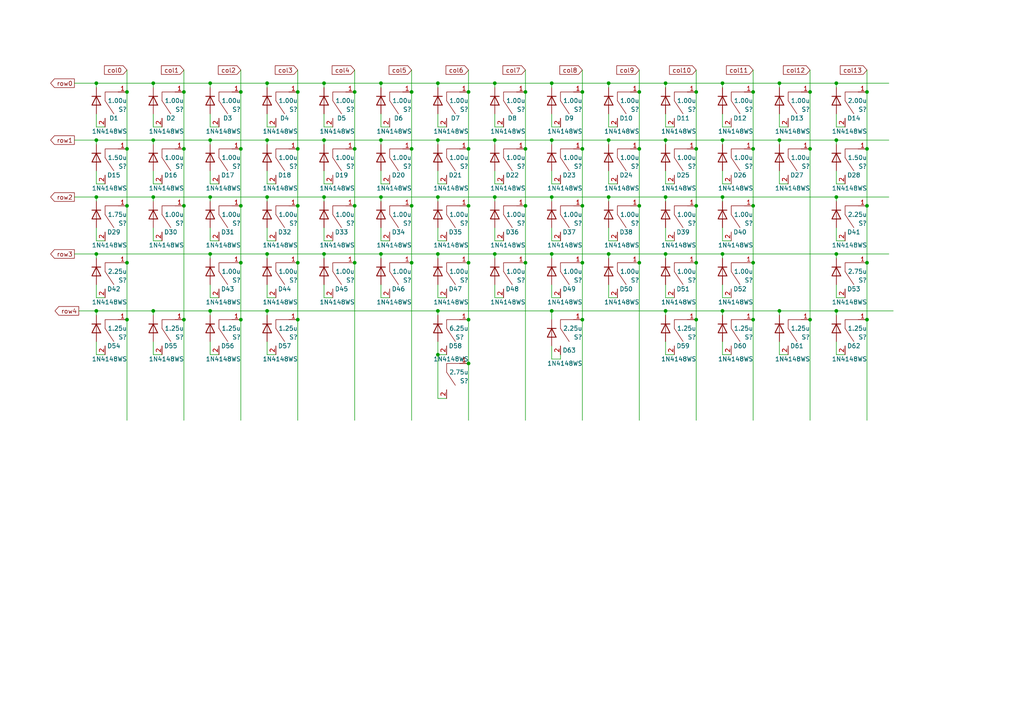
<source format=kicad_sch>
(kicad_sch (version 20231120) (generator "eeschema") (generator_version "8.0")
  (paper "A4")
  (junction (at 209.55 24.13))
  (junction (at 185.42 76.2))
  (junction (at 77.47 40.64))
  (junction (at 44.45 24.13))
  (junction (at 201.93 92.71))
  (junction (at 44.45 40.64))
  (junction (at 209.55 90.17))
  (junction (at 102.87 26.67))
  (junction (at 143.51 57.15))
  (junction (at 135.89 105.41))
  (junction (at 168.91 43.18))
  (junction (at 226.06 90.17))
  (junction (at 44.45 90.17))
  (junction (at 110.49 57.15))
  (junction (at 185.42 26.67))
  (junction (at 36.83 76.2))
  (junction (at 127 102.87))
  (junction (at 53.34 92.71))
  (junction (at 234.95 43.18))
  (junction (at 226.06 40.64))
  (junction (at 27.94 73.66))
  (junction (at 168.91 76.2))
  (junction (at 36.83 43.18))
  (junction (at 60.96 90.17))
  (junction (at 218.44 92.71))
  (junction (at 135.89 59.69))
  (junction (at 160.02 73.66))
  (junction (at 127 24.13))
  (junction (at 77.47 73.66))
  (junction (at 193.04 73.66))
  (junction (at 60.96 24.13))
  (junction (at 69.85 26.67))
  (junction (at 53.34 43.18))
  (junction (at 251.46 76.2))
  (junction (at 218.44 43.18))
  (junction (at 218.44 26.67))
  (junction (at 77.47 57.15))
  (junction (at 119.38 26.67))
  (junction (at 60.96 57.15))
  (junction (at 36.83 26.67))
  (junction (at 119.38 43.18))
  (junction (at 110.49 40.64))
  (junction (at 242.57 73.66))
  (junction (at 143.51 40.64))
  (junction (at 251.46 26.67))
  (junction (at 176.53 24.13))
  (junction (at 135.89 26.67))
  (junction (at 127 73.66))
  (junction (at 251.46 92.71))
  (junction (at 86.36 76.2))
  (junction (at 176.53 73.66))
  (junction (at 209.55 40.64))
  (junction (at 127 90.17))
  (junction (at 193.04 57.15))
  (junction (at 218.44 59.69))
  (junction (at 201.93 26.67))
  (junction (at 201.93 43.18))
  (junction (at 77.47 90.17))
  (junction (at 36.83 59.69))
  (junction (at 226.06 24.13))
  (junction (at 27.94 57.15))
  (junction (at 27.94 24.13))
  (junction (at 93.98 57.15))
  (junction (at 152.4 76.2))
  (junction (at 102.87 76.2))
  (junction (at 135.89 92.71))
  (junction (at 251.46 43.18))
  (junction (at 242.57 40.64))
  (junction (at 44.45 57.15))
  (junction (at 102.87 43.18))
  (junction (at 152.4 26.67))
  (junction (at 242.57 57.15))
  (junction (at 86.36 59.69))
  (junction (at 102.87 59.69))
  (junction (at 234.95 26.67))
  (junction (at 168.91 26.67))
  (junction (at 168.91 92.71))
  (junction (at 160.02 90.17))
  (junction (at 209.55 73.66))
  (junction (at 69.85 76.2))
  (junction (at 143.51 73.66))
  (junction (at 69.85 92.71))
  (junction (at 152.4 59.69))
  (junction (at 93.98 24.13))
  (junction (at 127 40.64))
  (junction (at 193.04 24.13))
  (junction (at 27.94 40.64))
  (junction (at 77.47 24.13))
  (junction (at 143.51 24.13))
  (junction (at 218.44 76.2))
  (junction (at 53.34 26.67))
  (junction (at 176.53 57.15))
  (junction (at 69.85 43.18))
  (junction (at 242.57 90.17))
  (junction (at 127 57.15))
  (junction (at 135.89 43.18))
  (junction (at 242.57 24.13))
  (junction (at 160.02 57.15))
  (junction (at 209.55 57.15))
  (junction (at 251.46 59.69))
  (junction (at 160.02 40.64))
  (junction (at 135.89 76.2))
  (junction (at 119.38 76.2))
  (junction (at 193.04 40.64))
  (junction (at 176.53 40.64))
  (junction (at 27.94 90.17))
  (junction (at 36.83 92.71))
  (junction (at 201.93 76.2))
  (junction (at 201.93 59.69))
  (junction (at 86.36 92.71))
  (junction (at 93.98 40.64))
  (junction (at 60.96 73.66))
  (junction (at 53.34 59.69))
  (junction (at 86.36 26.67))
  (junction (at 234.95 92.71))
  (junction (at 110.49 24.13))
  (junction (at 185.42 59.69))
  (junction (at 86.36 43.18))
  (junction (at 119.38 59.69))
  (junction (at 193.04 90.17))
  (junction (at 168.91 59.69))
  (junction (at 93.98 73.66))
  (junction (at 69.85 59.69))
  (junction (at 110.49 73.66))
  (junction (at 152.4 43.18))
  (junction (at 60.96 40.64))
  (junction (at 160.02 24.13))
  (junction (at 185.42 43.18))
  (wire (pts (xy 185.42 20.32) (xy 185.42 26.67)))
  (wire (pts (xy 143.51 36.83) (xy 143.51 33.02)))
  (wire (pts (xy 127 57.15) (xy 143.51 57.15)))
  (wire (pts (xy 77.47 40.64) (xy 77.47 41.91)))
  (wire (pts (xy 143.51 24.13) (xy 160.02 24.13)))
  (wire (pts (xy 77.47 36.83) (xy 77.47 33.02)))
  (wire (pts (xy 46.99 53.34) (xy 44.45 53.34)))
  (wire (pts (xy 209.55 73.66) (xy 242.57 73.66)))
  (wire (pts (xy 53.34 20.32) (xy 53.34 26.67)))
  (wire (pts (xy 228.6 53.34) (xy 226.06 53.34)))
  (wire (pts (xy 152.4 43.18) (xy 152.4 59.69)))
  (wire (pts (xy 127 69.85) (xy 127 66.04)))
  (wire (pts (xy 209.55 40.64) (xy 226.06 40.64)))
  (wire (pts (xy 102.87 43.18) (xy 102.87 59.69)))
  (wire (pts (xy 135.89 20.32) (xy 135.89 26.67)))
  (wire (pts (xy 218.44 59.69) (xy 218.44 76.2)))
  (wire (pts (xy 119.38 20.32) (xy 119.38 26.67)))
  (wire (pts (xy 53.34 26.67) (xy 53.34 43.18)))
  (wire (pts (xy 160.02 24.13) (xy 176.53 24.13)))
  (wire (pts (xy 27.94 24.13) (xy 44.45 24.13)))
  (wire (pts (xy 212.09 102.87) (xy 209.55 102.87)))
  (wire (pts (xy 27.94 57.15) (xy 44.45 57.15)))
  (wire (pts (xy 193.04 57.15) (xy 193.04 58.42)))
  (wire (pts (xy 242.57 24.13) (xy 242.57 25.4)))
  (wire (pts (xy 160.02 104.14) (xy 160.02 100.33)))
  (wire (pts (xy 176.53 25.4) (xy 176.53 24.13)))
  (wire (pts (xy 77.47 86.36) (xy 77.47 82.55)))
  (wire (pts (xy 209.55 53.34) (xy 209.55 49.53)))
  (wire (pts (xy 245.11 53.34) (xy 242.57 53.34)))
  (wire (pts (xy 226.06 90.17) (xy 226.06 91.44)))
  (wire (pts (xy 209.55 90.17) (xy 209.55 91.44)))
  (wire (pts (xy 77.47 91.44) (xy 77.47 90.17)))
  (wire (pts (xy 251.46 76.2) (xy 251.46 92.71)))
  (wire (pts (xy 77.47 73.66) (xy 93.98 73.66)))
  (wire (pts (xy 209.55 36.83) (xy 209.55 33.02)))
  (wire (pts (xy 86.36 43.18) (xy 86.36 59.69)))
  (wire (pts (xy 195.58 69.85) (xy 193.04 69.85)))
  (wire (pts (xy 96.52 86.36) (xy 93.98 86.36)))
  (wire (pts (xy 127 40.64) (xy 143.51 40.64)))
  (wire (pts (xy 245.11 102.87) (xy 242.57 102.87)))
  (wire (pts (xy 119.38 26.67) (xy 119.38 43.18)))
  (wire (pts (xy 242.57 40.64) (xy 257.81 40.64)))
  (wire (pts (xy 209.55 57.15) (xy 242.57 57.15)))
  (wire (pts (xy 193.04 53.34) (xy 193.04 49.53)))
  (wire (pts (xy 176.53 73.66) (xy 176.53 74.93)))
  (wire (pts (xy 168.91 26.67) (xy 168.91 43.18)))
  (wire (pts (xy 27.94 73.66) (xy 60.96 73.66)))
  (wire (pts (xy 251.46 92.71) (xy 251.46 121.92)))
  (wire (pts (xy 44.45 102.87) (xy 44.45 99.06)))
  (wire (pts (xy 201.93 26.67) (xy 201.93 43.18)))
  (wire (pts (xy 176.53 73.66) (xy 193.04 73.66)))
  (wire (pts (xy 143.51 86.36) (xy 143.51 82.55)))
  (wire (pts (xy 226.06 40.64) (xy 226.06 41.91)))
  (wire (pts (xy 176.53 24.13) (xy 193.04 24.13)))
  (wire (pts (xy 193.04 90.17) (xy 193.04 91.44)))
  (wire (pts (xy 193.04 73.66) (xy 209.55 73.66)))
  (wire (pts (xy 110.49 57.15) (xy 127 57.15)))
  (wire (pts (xy 176.53 53.34) (xy 176.53 49.53)))
  (wire (pts (xy 127 57.15) (xy 127 58.42)))
  (wire (pts (xy 245.11 36.83) (xy 242.57 36.83)))
  (wire (pts (xy 86.36 20.32) (xy 86.36 26.67)))
  (wire (pts (xy 60.96 53.34) (xy 60.96 49.53)))
  (wire (pts (xy 77.47 40.64) (xy 93.98 40.64)))
  (wire (pts (xy 44.45 24.13) (xy 60.96 24.13)))
  (wire (pts (xy 146.05 36.83) (xy 143.51 36.83)))
  (wire (pts (xy 60.96 69.85) (xy 60.96 66.04)))
  (wire (pts (xy 201.93 20.32) (xy 201.93 26.67)))
  (wire (pts (xy 44.45 53.34) (xy 44.45 49.53)))
  (wire (pts (xy 251.46 20.32) (xy 251.46 26.67)))
  (wire (pts (xy 226.06 102.87) (xy 226.06 99.06)))
  (wire (pts (xy 69.85 20.32) (xy 69.85 26.67)))
  (wire (pts (xy 127 25.4) (xy 127 24.13)))
  (wire (pts (xy 242.57 90.17) (xy 242.57 91.44)))
  (wire (pts (xy 36.83 59.69) (xy 36.83 76.2)))
  (wire (pts (xy 218.44 26.67) (xy 218.44 43.18)))
  (wire (pts (xy 93.98 73.66) (xy 110.49 73.66)))
  (wire (pts (xy 60.96 73.66) (xy 60.96 74.93)))
  (wire (pts (xy 135.89 76.2) (xy 135.89 92.71)))
  (wire (pts (xy 110.49 25.4) (xy 110.49 24.13)))
  (wire (pts (xy 27.94 69.85) (xy 27.94 66.04)))
  (wire (pts (xy 209.55 102.87) (xy 209.55 99.06)))
  (wire (pts (xy 21.59 24.13) (xy 27.94 24.13)))
  (wire (pts (xy 179.07 53.34) (xy 176.53 53.34)))
  (wire (pts (xy 93.98 57.15) (xy 93.98 58.42)))
  (wire (pts (xy 69.85 59.69) (xy 69.85 76.2)))
  (wire (pts (xy 69.85 26.67) (xy 69.85 43.18)))
  (wire (pts (xy 96.52 69.85) (xy 93.98 69.85)))
  (wire (pts (xy 209.55 90.17) (xy 226.06 90.17)))
  (wire (pts (xy 143.51 57.15) (xy 143.51 58.42)))
  (wire (pts (xy 113.03 36.83) (xy 110.49 36.83)))
  (wire (pts (xy 251.46 59.69) (xy 251.46 76.2)))
  (wire (pts (xy 185.42 59.69) (xy 185.42 76.2)))
  (wire (pts (xy 160.02 90.17) (xy 160.02 92.71)))
  (wire (pts (xy 193.04 86.36) (xy 193.04 82.55)))
  (wire (pts (xy 110.49 86.36) (xy 110.49 82.55)))
  (wire (pts (xy 193.04 57.15) (xy 209.55 57.15)))
  (wire (pts (xy 160.02 36.83) (xy 160.02 33.02)))
  (wire (pts (xy 119.38 76.2) (xy 119.38 121.92)))
  (wire (pts (xy 77.47 57.15) (xy 77.47 58.42)))
  (wire (pts (xy 60.96 40.64) (xy 60.96 41.91)))
  (wire (pts (xy 185.42 26.67) (xy 185.42 43.18)))
  (wire (pts (xy 110.49 40.64) (xy 110.49 41.91)))
  (wire (pts (xy 127 90.17) (xy 160.02 90.17)))
  (wire (pts (xy 36.83 92.71) (xy 36.83 121.92)))
  (wire (pts (xy 193.04 36.83) (xy 193.04 33.02)))
  (wire (pts (xy 80.01 53.34) (xy 77.47 53.34)))
  (wire (pts (xy 201.93 59.69) (xy 201.93 76.2)))
  (wire (pts (xy 30.48 53.34) (xy 27.94 53.34)))
  (wire (pts (xy 27.94 53.34) (xy 27.94 49.53)))
  (wire (pts (xy 27.94 90.17) (xy 27.94 91.44)))
  (wire (pts (xy 212.09 53.34) (xy 209.55 53.34)))
  (wire (pts (xy 218.44 76.2) (xy 218.44 92.71)))
  (wire (pts (xy 242.57 53.34) (xy 242.57 49.53)))
  (wire (pts (xy 193.04 73.66) (xy 193.04 74.93)))
  (wire (pts (xy 209.55 57.15) (xy 209.55 58.42)))
  (wire (pts (xy 46.99 102.87) (xy 44.45 102.87)))
  (wire (pts (xy 127 40.64) (xy 127 41.91)))
  (wire (pts (xy 86.36 92.71) (xy 86.36 121.92)))
  (wire (pts (xy 209.55 86.36) (xy 209.55 82.55)))
  (wire (pts (xy 129.54 53.34) (xy 127 53.34)))
  (wire (pts (xy 152.4 20.32) (xy 152.4 26.67)))
  (wire (pts (xy 193.04 90.17) (xy 209.55 90.17)))
  (wire (pts (xy 110.49 73.66) (xy 127 73.66)))
  (wire (pts (xy 44.45 57.15) (xy 60.96 57.15)))
  (wire (pts (xy 27.94 40.64) (xy 44.45 40.64)))
  (wire (pts (xy 201.93 92.71) (xy 201.93 121.92)))
  (wire (pts (xy 160.02 73.66) (xy 176.53 73.66)))
  (wire (pts (xy 212.09 86.36) (xy 209.55 86.36)))
  (wire (pts (xy 242.57 24.13) (xy 257.81 24.13)))
  (wire (pts (xy 93.98 24.13) (xy 110.49 24.13)))
  (wire (pts (xy 36.83 20.32) (xy 36.83 26.67)))
  (wire (pts (xy 143.51 53.34) (xy 143.51 49.53)))
  (wire (pts (xy 160.02 57.15) (xy 176.53 57.15)))
  (wire (pts (xy 27.94 57.15) (xy 27.94 58.42)))
  (wire (pts (xy 195.58 53.34) (xy 193.04 53.34)))
  (wire (pts (xy 127 36.83) (xy 127 33.02)))
  (wire (pts (xy 242.57 40.64) (xy 242.57 41.91)))
  (wire (pts (xy 44.45 90.17) (xy 60.96 90.17)))
  (wire (pts (xy 162.56 86.36) (xy 160.02 86.36)))
  (wire (pts (xy 193.04 69.85) (xy 193.04 66.04)))
  (wire (pts (xy 146.05 53.34) (xy 143.51 53.34)))
  (wire (pts (xy 168.91 20.32) (xy 168.91 26.67)))
  (wire (pts (xy 162.56 69.85) (xy 160.02 69.85)))
  (wire (pts (xy 152.4 76.2) (xy 152.4 121.92)))
  (wire (pts (xy 193.04 40.64) (xy 193.04 41.91)))
  (wire (pts (xy 129.54 36.83) (xy 127 36.83)))
  (wire (pts (xy 60.96 24.13) (xy 77.47 24.13)))
  (wire (pts (xy 242.57 73.66) (xy 257.81 73.66)))
  (wire (pts (xy 242.57 36.83) (xy 242.57 33.02)))
  (wire (pts (xy 36.83 43.18) (xy 36.83 59.69)))
  (wire (pts (xy 135.89 26.67) (xy 135.89 43.18)))
  (wire (pts (xy 93.98 86.36) (xy 93.98 82.55)))
  (wire (pts (xy 143.51 73.66) (xy 160.02 73.66)))
  (wire (pts (xy 226.06 24.13) (xy 242.57 24.13)))
  (wire (pts (xy 152.4 59.69) (xy 152.4 76.2)))
  (wire (pts (xy 63.5 53.34) (xy 60.96 53.34)))
  (wire (pts (xy 44.45 90.17) (xy 44.45 91.44)))
  (wire (pts (xy 110.49 53.34) (xy 110.49 49.53)))
  (wire (pts (xy 22.86 90.17) (xy 27.94 90.17)))
  (wire (pts (xy 201.93 76.2) (xy 201.93 92.71)))
  (wire (pts (xy 129.54 86.36) (xy 127 86.36)))
  (wire (pts (xy 226.06 40.64) (xy 242.57 40.64)))
  (wire (pts (xy 60.96 73.66) (xy 77.47 73.66)))
  (wire (pts (xy 179.07 69.85) (xy 176.53 69.85)))
  (wire (pts (xy 242.57 102.87) (xy 242.57 99.06)))
  (wire (pts (xy 30.48 69.85) (xy 27.94 69.85)))
  (wire (pts (xy 218.44 43.18) (xy 218.44 59.69)))
  (wire (pts (xy 193.04 25.4) (xy 193.04 24.13)))
  (wire (pts (xy 152.4 26.67) (xy 152.4 43.18)))
  (wire (pts (xy 146.05 86.36) (xy 143.51 86.36)))
  (wire (pts (xy 168.91 59.69) (xy 168.91 76.2)))
  (wire (pts (xy 27.94 90.17) (xy 44.45 90.17)))
  (wire (pts (xy 96.52 53.34) (xy 93.98 53.34)))
  (wire (pts (xy 60.96 57.15) (xy 77.47 57.15)))
  (wire (pts (xy 60.96 90.17) (xy 77.47 90.17)))
  (wire (pts (xy 46.99 36.83) (xy 44.45 36.83)))
  (wire (pts (xy 63.5 86.36) (xy 60.96 86.36)))
  (wire (pts (xy 176.53 86.36) (xy 176.53 82.55)))
  (wire (pts (xy 63.5 102.87) (xy 60.96 102.87)))
  (wire (pts (xy 129.54 69.85) (xy 127 69.85)))
  (wire (pts (xy 60.96 86.36) (xy 60.96 82.55)))
  (wire (pts (xy 226.06 90.17) (xy 242.57 90.17)))
  (wire (pts (xy 21.59 57.15) (xy 27.94 57.15)))
  (wire (pts (xy 127 53.34) (xy 127 49.53)))
  (wire (pts (xy 53.34 43.18) (xy 53.34 59.69)))
  (wire (pts (xy 127 24.13) (xy 143.51 24.13)))
  (wire (pts (xy 143.51 25.4) (xy 143.51 24.13)))
  (wire (pts (xy 69.85 43.18) (xy 69.85 59.69)))
  (wire (pts (xy 77.47 69.85) (xy 77.47 66.04)))
  (wire (pts (xy 135.89 59.69) (xy 135.89 76.2)))
  (wire (pts (xy 27.94 36.83) (xy 27.94 33.02)))
  (wire (pts (xy 127 102.87) (xy 127 99.06)))
  (wire (pts (xy 212.09 69.85) (xy 209.55 69.85)))
  (wire (pts (xy 36.83 26.67) (xy 36.83 43.18)))
  (wire (pts (xy 209.55 73.66) (xy 209.55 74.93)))
  (wire (pts (xy 234.95 43.18) (xy 234.95 92.71)))
  (wire (pts (xy 245.11 69.85) (xy 242.57 69.85)))
  (wire (pts (xy 110.49 24.13) (xy 127 24.13)))
  (wire (pts (xy 110.49 36.83) (xy 110.49 33.02)))
  (wire (pts (xy 93.98 40.64) (xy 93.98 41.91)))
  (wire (pts (xy 212.09 36.83) (xy 209.55 36.83)))
  (wire (pts (xy 27.94 73.66) (xy 27.94 74.93)))
  (wire (pts (xy 218.44 92.71) (xy 218.44 121.92)))
  (wire (pts (xy 176.53 57.15) (xy 193.04 57.15)))
  (wire (pts (xy 93.98 57.15) (xy 110.49 57.15)))
  (wire (pts (xy 44.45 25.4) (xy 44.45 24.13)))
  (wire (pts (xy 113.03 53.34) (xy 110.49 53.34)))
  (wire (pts (xy 218.44 20.32) (xy 218.44 26.67)))
  (wire (pts (xy 195.58 86.36) (xy 193.04 86.36)))
  (wire (pts (xy 44.45 69.85) (xy 44.45 66.04)))
  (wire (pts (xy 93.98 53.34) (xy 93.98 49.53)))
  (wire (pts (xy 93.98 36.83) (xy 93.98 33.02)))
  (wire (pts (xy 93.98 25.4) (xy 93.98 24.13)))
  (wire (pts (xy 27.94 102.87) (xy 27.94 99.06)))
  (wire (pts (xy 60.96 40.64) (xy 77.47 40.64)))
  (wire (pts (xy 86.36 26.67) (xy 86.36 43.18)))
  (wire (pts (xy 160.02 53.34) (xy 160.02 49.53)))
  (wire (pts (xy 77.47 25.4) (xy 77.47 24.13)))
  (wire (pts (xy 251.46 43.18) (xy 251.46 59.69)))
  (wire (pts (xy 127 90.17) (xy 127 91.44)))
  (wire (pts (xy 234.95 26.67) (xy 234.95 43.18)))
  (wire (pts (xy 69.85 92.71) (xy 69.85 121.92)))
  (wire (pts (xy 27.94 86.36) (xy 27.94 82.55)))
  (wire (pts (xy 251.46 26.67) (xy 251.46 43.18)))
  (wire (pts (xy 226.06 36.83) (xy 226.06 33.02)))
  (wire (pts (xy 110.49 73.66) (xy 110.49 74.93)))
  (wire (pts (xy 21.59 40.64) (xy 27.94 40.64)))
  (wire (pts (xy 21.59 73.66) (xy 27.94 73.66)))
  (wire (pts (xy 60.96 25.4) (xy 60.96 24.13)))
  (wire (pts (xy 195.58 36.83) (xy 193.04 36.83)))
  (wire (pts (xy 86.36 59.69) (xy 86.36 76.2)))
  (wire (pts (xy 80.01 36.83) (xy 77.47 36.83)))
  (wire (pts (xy 162.56 53.34) (xy 160.02 53.34)))
  (wire (pts (xy 93.98 40.64) (xy 110.49 40.64)))
  (wire (pts (xy 228.6 102.87) (xy 226.06 102.87)))
  (wire (pts (xy 127 86.36) (xy 127 82.55)))
  (wire (pts (xy 160.02 40.64) (xy 176.53 40.64)))
  (wire (pts (xy 102.87 59.69) (xy 102.87 76.2)))
  (wire (pts (xy 53.34 59.69) (xy 53.34 92.71)))
  (wire (pts (xy 162.56 36.83) (xy 160.02 36.83)))
  (wire (pts (xy 228.6 36.83) (xy 226.06 36.83)))
  (wire (pts (xy 185.42 76.2) (xy 185.42 121.92)))
  (wire (pts (xy 234.95 20.32) (xy 234.95 26.67)))
  (wire (pts (xy 77.47 73.66) (xy 77.47 74.93)))
  (wire (pts (xy 209.55 69.85) (xy 209.55 66.04)))
  (wire (pts (xy 60.96 90.17) (xy 60.96 91.44)))
  (wire (pts (xy 110.49 69.85) (xy 110.49 66.04)))
  (wire (pts (xy 176.53 57.15) (xy 176.53 58.42)))
  (wire (pts (xy 176.53 40.64) (xy 176.53 41.91)))
  (wire (pts (xy 63.5 69.85) (xy 60.96 69.85)))
  (wire (pts (xy 93.98 69.85) (xy 93.98 66.04)))
  (wire (pts (xy 113.03 69.85) (xy 110.49 69.85)))
  (wire (pts (xy 135.89 43.18) (xy 135.89 59.69)))
  (wire (pts (xy 160.02 57.15) (xy 160.02 58.42)))
  (wire (pts (xy 226.06 25.4) (xy 226.06 24.13)))
  (wire (pts (xy 226.06 53.34) (xy 226.06 49.53)))
  (wire (pts (xy 80.01 86.36) (xy 77.47 86.36)))
  (wire (pts (xy 119.38 59.69) (xy 119.38 76.2)))
  (wire (pts (xy 209.55 40.64) (xy 209.55 41.91)))
  (wire (pts (xy 60.96 36.83) (xy 60.96 33.02)))
  (wire (pts (xy 30.48 86.36) (xy 27.94 86.36)))
  (wire (pts (xy 168.91 43.18) (xy 168.91 59.69)))
  (wire (pts (xy 160.02 40.64) (xy 160.02 41.91)))
  (wire (pts (xy 160.02 90.17) (xy 193.04 90.17)))
  (wire (pts (xy 119.38 43.18) (xy 119.38 59.69)))
  (wire (pts (xy 168.91 76.2) (xy 168.91 92.71)))
  (wire (pts (xy 193.04 102.87) (xy 193.04 99.06)))
  (wire (pts (xy 110.49 40.64) (xy 127 40.64)))
  (wire (pts (xy 143.51 73.66) (xy 143.51 74.93)))
  (wire (pts (xy 179.07 86.36) (xy 176.53 86.36)))
  (wire (pts (xy 234.95 92.71) (xy 234.95 121.92)))
  (wire (pts (xy 135.89 92.71) (xy 135.89 105.41)))
  (wire (pts (xy 160.02 73.66) (xy 160.02 74.93)))
  (wire (pts (xy 242.57 90.17) (xy 259.08 90.17)))
  (wire (pts (xy 162.56 104.14) (xy 160.02 104.14)))
  (wire (pts (xy 36.83 76.2) (xy 36.83 92.71)))
  (wire (pts (xy 127 115.57) (xy 127 102.87)))
  (wire (pts (xy 176.53 36.83) (xy 176.53 33.02)))
  (wire (pts (xy 176.53 40.64) (xy 193.04 40.64)))
  (wire (pts (xy 242.57 73.66) (xy 242.57 74.93)))
  (wire (pts (xy 77.47 57.15) (xy 93.98 57.15)))
  (wire (pts (xy 193.04 24.13) (xy 209.55 24.13)))
  (wire (pts (xy 113.03 86.36) (xy 110.49 86.36)))
  (wire (pts (xy 30.48 102.87) (xy 27.94 102.87)))
  (wire (pts (xy 160.02 86.36) (xy 160.02 82.55)))
  (wire (pts (xy 129.54 115.57) (xy 127 115.57)))
  (wire (pts (xy 77.47 24.13) (xy 93.98 24.13)))
  (wire (pts (xy 179.07 36.83) (xy 176.53 36.83)))
  (wire (pts (xy 60.96 102.87) (xy 60.96 99.06)))
  (wire (pts (xy 102.87 26.67) (xy 102.87 43.18)))
  (wire (pts (xy 44.45 40.64) (xy 60.96 40.64)))
  (wire (pts (xy 135.89 105.41) (xy 135.89 121.92)))
  (wire (pts (xy 69.85 76.2) (xy 69.85 92.71)))
  (wire (pts (xy 209.55 25.4) (xy 209.55 24.13)))
  (wire (pts (xy 143.51 57.15) (xy 160.02 57.15)))
  (wire (pts (xy 27.94 40.64) (xy 27.94 41.91)))
  (wire (pts (xy 80.01 102.87) (xy 77.47 102.87)))
  (wire (pts (xy 110.49 57.15) (xy 110.49 58.42)))
  (wire (pts (xy 46.99 69.85) (xy 44.45 69.85)))
  (wire (pts (xy 162.56 102.87) (xy 162.56 104.14)))
  (wire (pts (xy 30.48 36.83) (xy 27.94 36.83)))
  (wire (pts (xy 242.57 69.85) (xy 242.57 66.04)))
  (wire (pts (xy 77.47 90.17) (xy 127 90.17)))
  (wire (pts (xy 77.47 53.34) (xy 77.47 49.53)))
  (wire (pts (xy 193.04 40.64) (xy 209.55 40.64)))
  (wire (pts (xy 77.47 102.87) (xy 77.47 99.06)))
  (wire (pts (xy 143.51 69.85) (xy 143.51 66.04)))
  (wire (pts (xy 160.02 69.85) (xy 160.02 66.04)))
  (wire (pts (xy 242.57 57.15) (xy 242.57 58.42)))
  (wire (pts (xy 146.05 69.85) (xy 143.51 69.85)))
  (wire (pts (xy 44.45 57.15) (xy 44.45 58.42)))
  (wire (pts (xy 201.93 43.18) (xy 201.93 59.69)))
  (wire (pts (xy 245.11 86.36) (xy 242.57 86.36)))
  (wire (pts (xy 168.91 92.71) (xy 168.91 121.92)))
  (wire (pts (xy 127 73.66) (xy 127 74.93)))
  (wire (pts (xy 53.34 92.71) (xy 53.34 121.92)))
  (wire (pts (xy 143.51 40.64) (xy 160.02 40.64)))
  (wire (pts (xy 242.57 57.15) (xy 257.81 57.15)))
  (wire (pts (xy 44.45 36.83) (xy 44.45 33.02)))
  (wire (pts (xy 44.45 40.64) (xy 44.45 41.91)))
  (wire (pts (xy 80.01 69.85) (xy 77.47 69.85)))
  (wire (pts (xy 60.96 57.15) (xy 60.96 58.42)))
  (wire (pts (xy 209.55 24.13) (xy 226.06 24.13)))
  (wire (pts (xy 195.58 102.87) (xy 193.04 102.87)))
  (wire (pts (xy 242.57 86.36) (xy 242.57 82.55)))
  (wire (pts (xy 86.36 76.2) (xy 86.36 92.71)))
  (wire (pts (xy 127 73.66) (xy 143.51 73.66)))
  (wire (pts (xy 93.98 73.66) (xy 93.98 74.93)))
  (wire (pts (xy 96.52 36.83) (xy 93.98 36.83)))
  (wire (pts (xy 129.54 102.87) (xy 127 102.87)))
  (wire (pts (xy 176.53 69.85) (xy 176.53 66.04)))
  (wire (pts (xy 27.94 24.13) (xy 27.94 25.4)))
  (wire (pts (xy 102.87 20.32) (xy 102.87 26.67)))
  (wire (pts (xy 143.51 40.64) (xy 143.51 41.91)))
  (wire (pts (xy 160.02 25.4) (xy 160.02 24.13)))
  (wire (pts (xy 185.42 43.18) (xy 185.42 59.69)))
  (wire (pts (xy 63.5 36.83) (xy 60.96 36.83)))
  (wire (pts (xy 102.87 76.2) (xy 102.87 121.92)))
  (global_label "col2" (shape input) (at 69.85 20.32 180) (property "Intersheetrefs" "${INTERSHEET_REFS}" (effects (hide yes))))
  (global_label "col10" (shape input) (at 201.93 20.32 180) (property "Intersheetrefs" "${INTERSHEET_REFS}" (effects (hide yes))))
  (global_label "col1" (shape input) (at 53.34 20.32 180) (property "Intersheetrefs" "${INTERSHEET_REFS}" (effects (hide yes))))
  (global_label "col11" (shape input) (at 218.44 20.32 180) (property "Intersheetrefs" "${INTERSHEET_REFS}" (effects (hide yes))))
  (global_label "col5" (shape input) (at 119.38 20.32 180) (property "Intersheetrefs" "${INTERSHEET_REFS}" (effects (hide yes))))
  (global_label "row2" (shape output) (at 21.59 57.15 180) (property "Intersheetrefs" "${INTERSHEET_REFS}" (effects (hide yes))))
  (global_label "col3" (shape input) (at 86.36 20.32 180) (property "Intersheetrefs" "${INTERSHEET_REFS}" (effects (hide yes))))
  (global_label "row4" (shape output) (at 22.86 90.17 180) (property "Intersheetrefs" "${INTERSHEET_REFS}" (effects (hide yes))))
  (global_label "row3" (shape output) (at 21.59 73.66 180) (property "Intersheetrefs" "${INTERSHEET_REFS}" (effects (hide yes))))
  (global_label "col12" (shape input) (at 234.95 20.32 180) (property "Intersheetrefs" "${INTERSHEET_REFS}" (effects (hide yes))))
  (global_label "col0" (shape input) (at 36.83 20.32 180) (property "Intersheetrefs" "${INTERSHEET_REFS}" (effects (hide yes))))
  (global_label "row1" (shape output) (at 21.59 40.64 180) (property "Intersheetrefs" "${INTERSHEET_REFS}" (effects (hide yes))))
  (global_label "col4" (shape input) (at 102.87 20.32 180) (property "Intersheetrefs" "${INTERSHEET_REFS}" (effects (hide yes))))
  (global_label "col13" (shape input) (at 251.46 20.32 180) (property "Intersheetrefs" "${INTERSHEET_REFS}" (effects (hide yes))))
  (global_label "row0" (shape output) (at 21.59 24.13 180) (property "Intersheetrefs" "${INTERSHEET_REFS}" (effects (hide yes))))
  (global_label "col9" (shape input) (at 185.42 20.32 180) (property "Intersheetrefs" "${INTERSHEET_REFS}" (effects (hide yes))))
  (global_label "col8" (shape input) (at 168.91 20.32 180) (property "Intersheetrefs" "${INTERSHEET_REFS}" (effects (hide yes))))
  (global_label "col6" (shape input) (at 135.89 20.32 180) (property "Intersheetrefs" "${INTERSHEET_REFS}" (effects (hide yes))))
  (global_label "col7" (shape input) (at 152.4 20.32 180) (property "Intersheetrefs" "${INTERSHEET_REFS}" (effects (hide yes))))
  (symbol (lib_id "Diode:1N4148WS") (at 44.45 95.25 270) (unit 1)
    (property "Reference" "D55" (at 49.53 100.33 90))
    (property "Value" "1N4148WS" (at 48.26 104.14 90))
    (property "Footprint" "Diode_SMD:D_SOD-323" (effects (hide yes)))
    (property "Datasheet" "https://www.vishay.com/docs/85751/1n4148ws.pdf" (effects (hide yes)))
    (property "Sim.Device" "D" (effects (hide yes)))
    (property "Sim.Pins" "1=K 2=A" (effects (hide yes)))
  )
  (symbol (lib_id "Diode:1N4148WS") (at 242.57 95.25 270) (unit 1)
    (property "Reference" "D62" (at 247.65 100.33 90))
    (property "Value" "1N4148WS" (at 246.38 104.14 90))
    (property "Footprint" "Diode_SMD:D_SOD-323" (effects (hide yes)))
    (property "Datasheet" "https://www.vishay.com/docs/85751/1n4148ws.pdf" (effects (hide yes)))
    (property "Sim.Device" "D" (effects (hide yes)))
    (property "Sim.Pins" "1=K 2=A" (effects (hide yes)))
  )
  (symbol (lib_id "Diode:1N4148WS") (at 60.96 95.25 270) (unit 1)
    (property "Reference" "D56" (at 66.04 100.33 90))
    (property "Value" "1N4148WS" (at 64.77 104.14 90))
    (property "Footprint" "Diode_SMD:D_SOD-323" (effects (hide yes)))
    (property "Datasheet" "https://www.vishay.com/docs/85751/1n4148ws.pdf" (effects (hide yes)))
    (property "Sim.Device" "D" (effects (hide yes)))
    (property "Sim.Pins" "1=K 2=A" (effects (hide yes)))
  )
  (symbol (lib_id "Diode:1N4148WS") (at 193.04 45.72 270) (unit 1)
    (property "Reference" "D25" (at 198.12 50.8 90))
    (property "Value" "1N4148WS" (at 196.85 54.61 90))
    (property "Footprint" "Diode_SMD:D_SOD-323" (effects (hide yes)))
    (property "Datasheet" "https://www.vishay.com/docs/85751/1n4148ws.pdf" (effects (hide yes)))
    (property "Sim.Device" "D" (effects (hide yes)))
    (property "Sim.Pins" "1=K 2=A" (effects (hide yes)))
  )
  (symbol (lib_id "mx1a-simple:MX1A") (at 158.75 97.79 270) (unit 1) (in_bom no)
    (property "Reference" "S?" (at 168.91 97.79 90) (effects (justify right)))
    (property "Value" "2.25u" (at 168.91 95.25 90) (effects (justify right)))
    (property "Footprint" "Switch_Keyboard_Cherry_MX:SW_Cherry_MX_PCB_2.25u" (effects (hide yes)))
    (instances (project "Hotp4ck" (path "" (reference "S?") (unit 1))) (project "Hotp4ck60" (path "" (reference "S59") (unit 1))) (project "designguide-schematic" (path "" (reference "S?") (unit 1))))
  )
  (symbol (lib_id "mx1a-simple:MX1A") (at 43.18 31.75 270) (unit 1) (in_bom no)
    (property "Reference" "S?" (at 53.34 31.75 90) (effects (justify right)))
    (property "Value" "1.00u" (at 53.34 29.21 90) (effects (justify right)))
    (property "Footprint" "Switch_Keyboard_Cherry_MX:SW_Cherry_MX_PCB_1.00u" (effects (hide yes)))
    (instances (project "Hotp4ck" (path "" (reference "S?") (unit 1))) (project "Hotp4ck60" (path "" (reference "S2") (unit 1))) (project "designguide-schematic" (path "" (reference "S?") (unit 1))))
  )
  (symbol (lib_id "Diode:1N4148WS") (at 226.06 45.72 270) (unit 1)
    (property "Reference" "D27" (at 231.14 50.8 90))
    (property "Value" "1N4148WS" (at 229.87 54.61 90))
    (property "Footprint" "Diode_SMD:D_SOD-323" (effects (hide yes)))
    (property "Datasheet" "https://www.vishay.com/docs/85751/1n4148ws.pdf" (effects (hide yes)))
    (property "Sim.Device" "D" (effects (hide yes)))
    (property "Sim.Pins" "1=K 2=A" (effects (hide yes)))
  )
  (symbol (lib_id "mx1a-simple:MX1A") (at 92.71 81.28 270) (unit 1) (in_bom no)
    (property "Reference" "S?" (at 102.87 81.28 90) (effects (justify right)))
    (property "Value" "1.00u" (at 102.87 78.74 90) (effects (justify right)))
    (property "Footprint" "Switch_Keyboard_Cherry_MX:SW_Cherry_MX_PCB_1.00u" (effects (hide yes)))
    (instances (project "Hotp4ck" (path "" (reference "S?") (unit 1))) (project "Hotp4ck60" (path "" (reference "S45") (unit 1))) (project "designguide-schematic" (path "" (reference "S?") (unit 1))))
  )
  (symbol (lib_id "mx1a-simple:MX1A") (at 142.24 64.77 270) (unit 1) (in_bom no)
    (property "Reference" "S?" (at 152.4 64.77 90) (effects (justify right)))
    (property "Value" "1.00u" (at 152.4 62.23 90) (effects (justify right)))
    (property "Footprint" "Switch_Keyboard_Cherry_MX:SW_Cherry_MX_PCB_1.00u" (effects (hide yes)))
    (instances (project "Hotp4ck" (path "" (reference "S?") (unit 1))) (project "Hotp4ck60" (path "" (reference "S36") (unit 1))) (project "designguide-schematic" (path "" (reference "S?") (unit 1))))
  )
  (symbol (lib_id "mx1a-simple:MX1A") (at 26.67 64.77 270) (unit 1) (in_bom no)
    (property "Reference" "S?" (at 36.83 64.77 90) (effects (justify right)))
    (property "Value" "1.75u" (at 36.83 62.23 90) (effects (justify right)))
    (property "Footprint" "Switch_Keyboard_Cherry_MX:SW_Cherry_MX_PCB_1.75u" (effects (hide yes)))
    (instances (project "Hotp4ck" (path "" (reference "S?") (unit 1))) (project "Hotp4ck60" (path "" (reference "S29") (unit 1))) (project "designguide-schematic" (path "" (reference "S?") (unit 1))))
  )
  (symbol (lib_id "mx1a-simple:MX1A") (at 224.79 97.79 270) (unit 1) (in_bom no)
    (property "Reference" "S?" (at 234.95 97.79 90) (effects (justify right)))
    (property "Value" "1.25u" (at 234.95 95.25 90) (effects (justify right)))
    (property "Footprint" "Switch_Keyboard_Cherry_MX:SW_Cherry_MX_PCB_1.25u" (effects (hide yes)))
    (instances (project "Hotp4ck" (path "" (reference "S?") (unit 1))) (project "Hotp4ck60" (path "" (reference "S62") (unit 1))) (project "designguide-schematic" (path "" (reference "S?") (unit 1))))
  )
  (symbol (lib_id "Diode:1N4148WS") (at 160.02 45.72 270) (unit 1)
    (property "Reference" "D23" (at 165.1 50.8 90))
    (property "Value" "1N4148WS" (at 163.83 54.61 90))
    (property "Footprint" "Diode_SMD:D_SOD-323" (effects (hide yes)))
    (property "Datasheet" "https://www.vishay.com/docs/85751/1n4148ws.pdf" (effects (hide yes)))
    (property "Sim.Device" "D" (effects (hide yes)))
    (property "Sim.Pins" "1=K 2=A" (effects (hide yes)))
  )
  (symbol (lib_id "Diode:1N4148WS") (at 242.57 29.21 270) (unit 1)
    (property "Reference" "D14" (at 247.65 34.29 90))
    (property "Value" "1N4148WS" (at 246.38 38.1 90))
    (property "Footprint" "Diode_SMD:D_SOD-323" (effects (hide yes)))
    (property "Datasheet" "https://www.vishay.com/docs/85751/1n4148ws.pdf" (effects (hide yes)))
    (property "Sim.Device" "D" (effects (hide yes)))
    (property "Sim.Pins" "1=K 2=A" (effects (hide yes)))
  )
  (symbol (lib_id "Diode:1N4148WS") (at 143.51 29.21 270) (unit 1)
    (property "Reference" "D8" (at 148.59 34.29 90))
    (property "Value" "1N4148WS" (at 147.32 38.1 90))
    (property "Footprint" "Diode_SMD:D_SOD-323" (effects (hide yes)))
    (property "Datasheet" "https://www.vishay.com/docs/85751/1n4148ws.pdf" (effects (hide yes)))
    (property "Sim.Device" "D" (effects (hide yes)))
    (property "Sim.Pins" "1=K 2=A" (effects (hide yes)))
  )
  (symbol (lib_id "mx1a-simple:MX1A") (at 125.73 64.77 270) (unit 1) (in_bom no)
    (property "Reference" "S?" (at 135.89 64.77 90) (effects (justify right)))
    (property "Value" "1.00u" (at 135.89 62.23 90) (effects (justify right)))
    (property "Footprint" "Switch_Keyboard_Cherry_MX:SW_Cherry_MX_PCB_1.00u" (effects (hide yes)))
    (instances (project "Hotp4ck" (path "" (reference "S?") (unit 1))) (project "Hotp4ck60" (path "" (reference "S35") (unit 1))) (project "designguide-schematic" (path "" (reference "S?") (unit 1))))
  )
  (symbol (lib_id "mx1a-simple:MX1A") (at 208.28 48.26 270) (unit 1) (in_bom no)
    (property "Reference" "S?" (at 218.44 48.26 90) (effects (justify right)))
    (property "Value" "1.00u" (at 218.44 45.72 90) (effects (justify right)))
    (property "Footprint" "Switch_Keyboard_Cherry_MX:SW_Cherry_MX_PCB_1.00u" (effects (hide yes)))
    (instances (project "Hotp4ck" (path "" (reference "S?") (unit 1))) (project "Hotp4ck60" (path "" (reference "S26") (unit 1))) (project "designguide-schematic" (path "" (reference "S?") (unit 1))))
  )
  (symbol (lib_id "mx1a-simple:MX1A") (at 59.69 97.79 270) (unit 1) (in_bom no)
    (property "Reference" "S?" (at 69.85 97.79 90) (effects (justify right)))
    (property "Value" "1.25u" (at 69.85 95.25 90) (effects (justify right)))
    (property "Footprint" "Switch_Keyboard_Cherry_MX:SW_Cherry_MX_PCB_1.25u" (effects (hide yes)))
    (instances (project "Hotp4ck" (path "" (reference "S?") (unit 1))) (project "Hotp4ck60" (path "" (reference "S56") (unit 1))) (project "designguide-schematic" (path "" (reference "S?") (unit 1))))
  )
  (symbol (lib_id "mx1a-simple:MX1A") (at 208.28 81.28 270) (unit 1) (in_bom no)
    (property "Reference" "S?" (at 218.44 81.28 90) (effects (justify right)))
    (property "Value" "1.00u" (at 218.44 78.74 90) (effects (justify right)))
    (property "Footprint" "Switch_Keyboard_Cherry_MX:SW_Cherry_MX_PCB_1.00u" (effects (hide yes)))
    (instances (project "Hotp4ck" (path "" (reference "S?") (unit 1))) (project "Hotp4ck60" (path "" (reference "S52") (unit 1))) (project "designguide-schematic" (path "" (reference "S?") (unit 1))))
  )
  (symbol (lib_id "Diode:1N4148WS") (at 93.98 29.21 270) (unit 1)
    (property "Reference" "D5" (at 99.06 34.29 90))
    (property "Value" "1N4148WS" (at 97.79 38.1 90))
    (property "Footprint" "Diode_SMD:D_SOD-323" (effects (hide yes)))
    (property "Datasheet" "https://www.vishay.com/docs/85751/1n4148ws.pdf" (effects (hide yes)))
    (property "Sim.Device" "D" (effects (hide yes)))
    (property "Sim.Pins" "1=K 2=A" (effects (hide yes)))
  )
  (symbol (lib_id "mx1a-simple:MX1A") (at 26.67 97.79 270) (unit 1) (in_bom no)
    (property "Reference" "S?" (at 36.83 97.79 90) (effects (justify right)))
    (property "Value" "1.25u" (at 36.83 95.25 90) (effects (justify right)))
    (property "Footprint" "Switch_Keyboard_Cherry_MX:SW_Cherry_MX_PCB_1.25u" (effects (hide yes)))
    (instances (project "Hotp4ck" (path "" (reference "S?") (unit 1))) (project "Hotp4ck60" (path "" (reference "S54") (unit 1))) (project "designguide-schematic" (path "" (reference "S?") (unit 1))))
  )
  (symbol (lib_id "Diode:1N4148WS") (at 110.49 78.74 270) (unit 1)
    (property "Reference" "D46" (at 115.57 83.82 90))
    (property "Value" "1N4148WS" (at 114.3 87.63 90))
    (property "Footprint" "Diode_SMD:D_SOD-323" (effects (hide yes)))
    (property "Datasheet" "https://www.vishay.com/docs/85751/1n4148ws.pdf" (effects (hide yes)))
    (property "Sim.Device" "D" (effects (hide yes)))
    (property "Sim.Pins" "1=K 2=A" (effects (hide yes)))
  )
  (symbol (lib_id "mx1a-simple:MX1A") (at 125.73 110.49 270) (unit 1) (in_bom no)
    (property "Reference" "S?" (at 135.89 110.49 90) (effects (justify right)))
    (property "Value" "2.75u" (at 135.89 107.95 90) (effects (justify right)))
    (property "Footprint" "Switch_Keyboard_Cherry_MX:SW_Cherry_MX_PCB_2.75u" (effects (hide yes)))
    (instances (project "Hotp4ck" (path "" (reference "S?") (unit 1))) (project "Hotp4ck60" (path "" (reference "S64") (unit 1))) (project "designguide-schematic" (path "" (reference "S?") (unit 1))))
  )
  (symbol (lib_id "mx1a-simple:MX1A") (at 175.26 81.28 270) (unit 1) (in_bom no)
    (property "Reference" "S?" (at 185.42 81.28 90) (effects (justify right)))
    (property "Value" "1.00u" (at 185.42 78.74 90) (effects (justify right)))
    (property "Footprint" "Switch_Keyboard_Cherry_MX:SW_Cherry_MX_PCB_1.00u" (effects (hide yes)))
    (instances (project "Hotp4ck" (path "" (reference "S?") (unit 1))) (project "Hotp4ck60" (path "" (reference "S50") (unit 1))) (project "designguide-schematic" (path "" (reference "S?") (unit 1))))
  )
  (symbol (lib_id "mx1a-simple:MX1A") (at 59.69 81.28 270) (unit 1) (in_bom no)
    (property "Reference" "S?" (at 69.85 81.28 90) (effects (justify right)))
    (property "Value" "1.00u" (at 69.85 78.74 90) (effects (justify right)))
    (property "Footprint" "Switch_Keyboard_Cherry_MX:SW_Cherry_MX_PCB_1.00u" (effects (hide yes)))
    (instances (project "Hotp4ck" (path "" (reference "S?") (unit 1))) (project "Hotp4ck60" (path "" (reference "S43") (unit 1))) (project "designguide-schematic" (path "" (reference "S?") (unit 1))))
  )
  (symbol (lib_id "Diode:1N4148WS") (at 143.51 62.23 270) (unit 1)
    (property "Reference" "D36" (at 148.59 67.31 90))
    (property "Value" "1N4148WS" (at 147.32 71.12 90))
    (property "Footprint" "Diode_SMD:D_SOD-323" (effects (hide yes)))
    (property "Datasheet" "https://www.vishay.com/docs/85751/1n4148ws.pdf" (effects (hide yes)))
    (property "Sim.Device" "D" (effects (hide yes)))
    (property "Sim.Pins" "1=K 2=A" (effects (hide yes)))
  )
  (symbol (lib_id "mx1a-simple:MX1A") (at 109.22 64.77 270) (unit 1) (in_bom no)
    (property "Reference" "S?" (at 119.38 64.77 90) (effects (justify right)))
    (property "Value" "1.00u" (at 119.38 62.23 90) (effects (justify right)))
    (property "Footprint" "Switch_Keyboard_Cherry_MX:SW_Cherry_MX_PCB_1.00u" (effects (hide yes)))
    (instances (project "Hotp4ck" (path "" (reference "S?") (unit 1))) (project "Hotp4ck60" (path "" (reference "S34") (unit 1))) (project "designguide-schematic" (path "" (reference "S?") (unit 1))))
  )
  (symbol (lib_id "mx1a-simple:MX1A") (at 109.22 31.75 270) (unit 1) (in_bom no)
    (property "Reference" "S?" (at 119.38 31.75 90) (effects (justify right)))
    (property "Value" "1.00u" (at 119.38 29.21 90) (effects (justify right)))
    (property "Footprint" "Switch_Keyboard_Cherry_MX:SW_Cherry_MX_PCB_1.00u" (effects (hide yes)))
    (instances (project "Hotp4ck" (path "" (reference "S?") (unit 1))) (project "Hotp4ck60" (path "" (reference "S6") (unit 1))) (project "designguide-schematic" (path "" (reference "S?") (unit 1))))
  )
  (symbol (lib_id "mx1a-simple:MX1A") (at 175.26 64.77 270) (unit 1) (in_bom no)
    (property "Reference" "S?" (at 185.42 64.77 90) (effects (justify right)))
    (property "Value" "1.00u" (at 185.42 62.23 90) (effects (justify right)))
    (property "Footprint" "Switch_Keyboard_Cherry_MX:SW_Cherry_MX_PCB_1.00u" (effects (hide yes)))
    (instances (project "Hotp4ck" (path "" (reference "S?") (unit 1))) (project "Hotp4ck60" (path "" (reference "S38") (unit 1))) (project "designguide-schematic" (path "" (reference "S?") (unit 1))))
  )
  (symbol (lib_id "mx1a-simple:MX1A") (at 142.24 31.75 270) (unit 1) (in_bom no)
    (property "Reference" "S?" (at 152.4 31.75 90) (effects (justify right)))
    (property "Value" "1.00u" (at 152.4 29.21 90) (effects (justify right)))
    (property "Footprint" "Switch_Keyboard_Cherry_MX:SW_Cherry_MX_PCB_1.00u" (effects (hide yes)))
    (instances (project "Hotp4ck" (path "" (reference "S?") (unit 1))) (project "Hotp4ck60" (path "" (reference "S8") (unit 1))) (project "designguide-schematic" (path "" (reference "S?") (unit 1))))
  )
  (symbol (lib_id "mx1a-simple:MX1A") (at 125.73 97.79 270) (unit 1) (in_bom no)
    (property "Reference" "S?" (at 132.08 97.79 90) (effects (justify left)))
    (property "Value" "6.25u" (at 135.89 95.25 90) (effects (justify right)))
    (property "Footprint" "Switch_Keyboard_Cherry_MX:SW_Cherry_MX_PCB_6.25u" (effects (hide yes)))
    (instances (project "Hotp4ck" (path "" (reference "S?") (unit 1))) (project "Hotp4ck60" (path "" (reference "S58") (unit 1))) (project "designguide-schematic" (path "" (reference "S?") (unit 1))))
  )
  (symbol (lib_id "Diode:1N4148WS") (at 77.47 62.23 270) (unit 1)
    (property "Reference" "D32" (at 82.55 67.31 90))
    (property "Value" "1N4148WS" (at 81.28 71.12 90))
    (property "Footprint" "Diode_SMD:D_SOD-323" (effects (hide yes)))
    (property "Datasheet" "https://www.vishay.com/docs/85751/1n4148ws.pdf" (effects (hide yes)))
    (property "Sim.Device" "D" (effects (hide yes)))
    (property "Sim.Pins" "1=K 2=A" (effects (hide yes)))
  )
  (symbol (lib_id "Diode:1N4148WS") (at 77.47 29.21 270) (unit 1)
    (property "Reference" "D4" (at 82.55 34.29 90))
    (property "Value" "1N4148WS" (at 81.28 38.1 90))
    (property "Footprint" "Diode_SMD:D_SOD-323" (effects (hide yes)))
    (property "Datasheet" "https://www.vishay.com/docs/85751/1n4148ws.pdf" (effects (hide yes)))
    (property "Sim.Device" "D" (effects (hide yes)))
    (property "Sim.Pins" "1=K 2=A" (effects (hide yes)))
  )
  (symbol (lib_id "Diode:1N4148WS") (at 193.04 29.21 270) (unit 1)
    (property "Reference" "D11" (at 198.12 34.29 90))
    (property "Value" "1N4148WS" (at 196.85 38.1 90))
    (property "Footprint" "Diode_SMD:D_SOD-323" (effects (hide yes)))
    (property "Datasheet" "https://www.vishay.com/docs/85751/1n4148ws.pdf" (effects (hide yes)))
    (property "Sim.Device" "D" (effects (hide yes)))
    (property "Sim.Pins" "1=K 2=A" (effects (hide yes)))
  )
  (symbol (lib_id "mx1a-simple:MX1A") (at 224.79 48.26 270) (unit 1) (in_bom no)
    (property "Reference" "S?" (at 234.95 48.26 90) (effects (justify right)))
    (property "Value" "1.00u" (at 234.95 45.72 90) (effects (justify right)))
    (property "Footprint" "Switch_Keyboard_Cherry_MX:SW_Cherry_MX_PCB_1.00u" (effects (hide yes)))
    (instances (project "Hotp4ck" (path "" (reference "S?") (unit 1))) (project "Hotp4ck60" (path "" (reference "S27") (unit 1))) (project "designguide-schematic" (path "" (reference "S?") (unit 1))))
  )
  (symbol (lib_id "mx1a-simple:MX1A") (at 26.67 81.28 270) (unit 1) (in_bom no)
    (property "Reference" "S?" (at 36.83 81.28 90) (effects (justify right)))
    (property "Value" "2.25u" (at 36.83 78.74 90) (effects (justify right)))
    (property "Footprint" "Switch_Keyboard_Cherry_MX:SW_Cherry_MX_PCB_2.25u" (effects (hide yes)))
    (instances (project "Hotp4ck" (path "" (reference "S?") (unit 1))) (project "Hotp4ck60" (path "" (reference "S42") (unit 1))) (project "designguide-schematic" (path "" (reference "S?") (unit 1))))
  )
  (symbol (lib_id "mx1a-simple:MX1A") (at 76.2 64.77 270) (unit 1) (in_bom no)
    (property "Reference" "S?" (at 86.36 64.77 90) (effects (justify right)))
    (property "Value" "1.00u" (at 86.36 62.23 90) (effects (justify right)))
    (property "Footprint" "Switch_Keyboard_Cherry_MX:SW_Cherry_MX_PCB_1.00u" (effects (hide yes)))
    (instances (project "Hotp4ck" (path "" (reference "S?") (unit 1))) (project "Hotp4ck60" (path "" (reference "S32") (unit 1))) (project "designguide-schematic" (path "" (reference "S?") (unit 1))))
  )
  (symbol (lib_id "mx1a-simple:MX1A") (at 109.22 81.28 270) (unit 1) (in_bom no)
    (property "Reference" "S?" (at 119.38 81.28 90) (effects (justify right)))
    (property "Value" "1.00u" (at 119.38 78.74 90) (effects (justify right)))
    (property "Footprint" "Switch_Keyboard_Cherry_MX:SW_Cherry_MX_PCB_1.00u" (effects (hide yes)))
    (instances (project "Hotp4ck" (path "" (reference "S?") (unit 1))) (project "Hotp4ck60" (path "" (reference "S46") (unit 1))) (project "designguide-schematic" (path "" (reference "S?") (unit 1))))
  )
  (symbol (lib_id "Diode:1N4148WS") (at 209.55 95.25 270) (unit 1)
    (property "Reference" "D60" (at 214.63 100.33 90))
    (property "Value" "1N4148WS" (at 213.36 104.14 90))
    (property "Footprint" "Diode_SMD:D_SOD-323" (effects (hide yes)))
    (property "Datasheet" "https://www.vishay.com/docs/85751/1n4148ws.pdf" (effects (hide yes)))
    (property "Sim.Device" "D" (effects (hide yes)))
    (property "Sim.Pins" "1=K 2=A" (effects (hide yes)))
  )
  (symbol (lib_id "mx1a-simple:MX1A") (at 191.77 81.28 270) (unit 1) (in_bom no)
    (property "Reference" "S?" (at 201.93 81.28 90) (effects (justify right)))
    (property "Value" "1.00u" (at 201.93 78.74 90) (effects (justify right)))
    (property "Footprint" "Switch_Keyboard_Cherry_MX:SW_Cherry_MX_PCB_1.00u" (effects (hide yes)))
    (instances (project "Hotp4ck" (path "" (reference "S?") (unit 1))) (project "Hotp4ck60" (path "" (reference "S51") (unit 1))) (project "designguide-schematic" (path "" (reference "S?") (unit 1))))
  )
  (symbol (lib_id "Diode:1N4148WS") (at 60.96 29.21 270) (unit 1)
    (property "Reference" "D3" (at 66.04 34.29 90))
    (property "Value" "1N4148WS" (at 64.77 38.1 90))
    (property "Footprint" "Diode_SMD:D_SOD-323" (effects (hide yes)))
    (property "Datasheet" "https://www.vishay.com/docs/85751/1n4148ws.pdf" (effects (hide yes)))
    (property "Sim.Device" "D" (effects (hide yes)))
    (property "Sim.Pins" "1=K 2=A" (effects (hide yes)))
  )
  (symbol (lib_id "Diode:1N4148WS") (at 127 95.25 270) (unit 1)
    (property "Reference" "D58" (at 132.08 100.33 90))
    (property "Value" "1N4148WS" (at 130.81 104.14 90))
    (property "Footprint" "Diode_SMD:D_SOD-323" (effects (hide yes)))
    (property "Datasheet" "https://www.vishay.com/docs/85751/1n4148ws.pdf" (effects (hide yes)))
    (property "Sim.Device" "D" (effects (hide yes)))
    (property "Sim.Pins" "1=K 2=A" (effects (hide yes)))
  )
  (symbol (lib_id "Diode:1N4148WS") (at 127 45.72 270) (unit 1)
    (property "Reference" "D21" (at 132.08 50.8 90))
    (property "Value" "1N4148WS" (at 130.81 54.61 90))
    (property "Footprint" "Diode_SMD:D_SOD-323" (effects (hide yes)))
    (property "Datasheet" "https://www.vishay.com/docs/85751/1n4148ws.pdf" (effects (hide yes)))
    (property "Sim.Device" "D" (effects (hide yes)))
    (property "Sim.Pins" "1=K 2=A" (effects (hide yes)))
  )
  (symbol (lib_id "mx1a-simple:MX1A") (at 43.18 64.77 270) (unit 1) (in_bom no)
    (property "Reference" "S?" (at 53.34 64.77 90) (effects (justify right)))
    (property "Value" "1.00u" (at 53.34 62.23 90) (effects (justify right)))
    (property "Footprint" "Switch_Keyboard_Cherry_MX:SW_Cherry_MX_PCB_1.00u" (effects (hide yes)))
    (instances (project "Hotp4ck" (path "" (reference "S?") (unit 1))) (project "Hotp4ck60" (path "" (reference "S30") (unit 1))) (project "designguide-schematic" (path "" (reference "S?") (unit 1))))
  )
  (symbol (lib_id "mx1a-simple:MX1A") (at 158.75 48.26 270) (unit 1) (in_bom no)
    (property "Reference" "S?" (at 168.91 48.26 90) (effects (justify right)))
    (property "Value" "1.00u" (at 168.91 45.72 90) (effects (justify right)))
    (property "Footprint" "Switch_Keyboard_Cherry_MX:SW_Cherry_MX_PCB_1.00u" (effects (hide yes)))
    (instances (project "Hotp4ck" (path "" (reference "S?") (unit 1))) (project "Hotp4ck60" (path "" (reference "S23") (unit 1))) (project "designguide-schematic" (path "" (reference "S?") (unit 1))))
  )
  (symbol (lib_id "Diode:1N4148WS") (at 127 62.23 270) (unit 1)
    (property "Reference" "D35" (at 132.08 67.31 90))
    (property "Value" "1N4148WS" (at 130.81 71.12 90))
    (property "Footprint" "Diode_SMD:D_SOD-323" (effects (hide yes)))
    (property "Datasheet" "https://www.vishay.com/docs/85751/1n4148ws.pdf" (effects (hide yes)))
    (property "Sim.Device" "D" (effects (hide yes)))
    (property "Sim.Pins" "1=K 2=A" (effects (hide yes)))
  )
  (symbol (lib_id "mx1a-simple:MX1A") (at 158.75 81.28 270) (unit 1) (in_bom no)
    (property "Reference" "S?" (at 168.91 81.28 90) (effects (justify right)))
    (property "Value" "1.00u" (at 168.91 78.74 90) (effects (justify right)))
    (property "Footprint" "Switch_Keyboard_Cherry_MX:SW_Cherry_MX_PCB_1.00u" (effects (hide yes)))
    (instances (project "Hotp4ck" (path "" (reference "S?") (unit 1))) (project "Hotp4ck60" (path "" (reference "S49") (unit 1))) (project "designguide-schematic" (path "" (reference "S?") (unit 1))))
  )
  (symbol (lib_id "mx1a-simple:MX1A") (at 191.77 64.77 270) (unit 1) (in_bom no)
    (property "Reference" "S?" (at 201.93 64.77 90) (effects (justify right)))
    (property "Value" "1.00u" (at 201.93 62.23 90) (effects (justify right)))
    (property "Footprint" "Switch_Keyboard_Cherry_MX:SW_Cherry_MX_PCB_1.00u" (effects (hide yes)))
    (instances (project "Hotp4ck" (path "" (reference "S?") (unit 1))) (project "Hotp4ck60" (path "" (reference "S39") (unit 1))) (project "designguide-schematic" (path "" (reference "S?") (unit 1))))
  )
  (symbol (lib_id "Diode:1N4148WS") (at 209.55 45.72 270) (unit 1)
    (property "Reference" "D26" (at 214.63 50.8 90))
    (property "Value" "1N4148WS" (at 213.36 54.61 90))
    (property "Footprint" "Diode_SMD:D_SOD-323" (effects (hide yes)))
    (property "Datasheet" "https://www.vishay.com/docs/85751/1n4148ws.pdf" (effects (hide yes)))
    (property "Sim.Device" "D" (effects (hide yes)))
    (property "Sim.Pins" "1=K 2=A" (effects (hide yes)))
  )
  (symbol (lib_id "mx1a-simple:MX1A") (at 92.71 64.77 270) (unit 1) (in_bom no)
    (property "Reference" "S?" (at 102.87 64.77 90) (effects (justify right)))
    (property "Value" "1.00u" (at 102.87 62.23 90) (effects (justify right)))
    (property "Footprint" "Switch_Keyboard_Cherry_MX:SW_Cherry_MX_PCB_1.00u" (effects (hide yes)))
    (instances (project "Hotp4ck" (path "" (reference "S?") (unit 1))) (project "Hotp4ck60" (path "" (reference "S33") (unit 1))) (project "designguide-schematic" (path "" (reference "S?") (unit 1))))
  )
  (symbol (lib_id "Diode:1N4148WS") (at 226.06 29.21 270) (unit 1)
    (property "Reference" "D13" (at 231.14 34.29 90))
    (property "Value" "1N4148WS" (at 229.87 38.1 90))
    (property "Footprint" "Diode_SMD:D_SOD-323" (effects (hide yes)))
    (property "Datasheet" "https://www.vishay.com/docs/85751/1n4148ws.pdf" (effects (hide yes)))
    (property "Sim.Device" "D" (effects (hide yes)))
    (property "Sim.Pins" "1=K 2=A" (effects (hide yes)))
  )
  (symbol (lib_id "mx1a-simple:MX1A") (at 142.24 81.28 270) (unit 1) (in_bom no)
    (property "Reference" "S?" (at 152.4 81.28 90) (effects (justify right)))
    (property "Value" "1.00u" (at 152.4 78.74 90) (effects (justify right)))
    (property "Footprint" "Switch_Keyboard_Cherry_MX:SW_Cherry_MX_PCB_1.00u" (effects (hide yes)))
    (instances (project "Hotp4ck" (path "" (reference "S?") (unit 1))) (project "Hotp4ck60" (path "" (reference "S48") (unit 1))) (project "designguide-schematic" (path "" (reference "S?") (unit 1))))
  )
  (symbol (lib_id "Diode:1N4148WS") (at 27.94 45.72 270) (unit 1)
    (property "Reference" "D15" (at 33.02 50.8 90))
    (property "Value" "1N4148WS" (at 31.75 54.61 90))
    (property "Footprint" "Diode_SMD:D_SOD-323" (effects (hide yes)))
    (property "Datasheet" "https://www.vishay.com/docs/85751/1n4148ws.pdf" (effects (hide yes)))
    (property "Sim.Device" "D" (effects (hide yes)))
    (property "Sim.Pins" "1=K 2=A" (effects (hide yes)))
  )
  (symbol (lib_id "mx1a-simple:MX1A") (at 241.3 81.28 270) (unit 1) (in_bom no)
    (property "Reference" "S?" (at 251.46 81.28 90) (effects (justify right)))
    (property "Value" "2.75u" (at 251.46 78.74 90) (effects (justify right)))
    (property "Footprint" "Switch_Keyboard_Cherry_MX:SW_Cherry_MX_PCB_2.75u" (effects (hide yes)))
    (instances (project "Hotp4ck" (path "" (reference "S?") (unit 1))) (project "Hotp4ck60" (path "" (reference "S53") (unit 1))) (project "designguide-schematic" (path "" (reference "S?") (unit 1))))
  )
  (symbol (lib_id "Diode:1N4148WS") (at 242.57 45.72 270) (unit 1)
    (property "Reference" "D28" (at 247.65 50.8 90))
    (property "Value" "1N4148WS" (at 246.38 54.61 90))
    (property "Footprint" "Diode_SMD:D_SOD-323" (effects (hide yes)))
    (property "Datasheet" "https://www.vishay.com/docs/85751/1n4148ws.pdf" (effects (hide yes)))
    (property "Sim.Device" "D" (effects (hide yes)))
    (property "Sim.Pins" "1=K 2=A" (effects (hide yes)))
  )
  (symbol (lib_id "Diode:1N4148WS") (at 110.49 29.21 270) (unit 1)
    (property "Reference" "D6" (at 115.57 34.29 90))
    (property "Value" "1N4148WS" (at 114.3 38.1 90))
    (property "Footprint" "Diode_SMD:D_SOD-323" (effects (hide yes)))
    (property "Datasheet" "https://www.vishay.com/docs/85751/1n4148ws.pdf" (effects (hide yes)))
    (property "Sim.Device" "D" (effects (hide yes)))
    (property "Sim.Pins" "1=K 2=A" (effects (hide yes)))
  )
  (symbol (lib_id "Diode:1N4148WS") (at 27.94 78.74 270) (unit 1)
    (property "Reference" "D42" (at 33.02 83.82 90))
    (property "Value" "1N4148WS" (at 31.75 87.63 90))
    (property "Footprint" "Diode_SMD:D_SOD-323" (effects (hide yes)))
    (property "Datasheet" "https://www.vishay.com/docs/85751/1n4148ws.pdf" (effects (hide yes)))
    (property "Sim.Device" "D" (effects (hide yes)))
    (property "Sim.Pins" "1=K 2=A" (effects (hide yes)))
  )
  (symbol (lib_id "Diode:1N4148WS") (at 127 29.21 270) (unit 1)
    (property "Reference" "D7" (at 132.08 34.29 90))
    (property "Value" "1N4148WS" (at 130.81 38.1 90))
    (property "Footprint" "Diode_SMD:D_SOD-323" (effects (hide yes)))
    (property "Datasheet" "https://www.vishay.com/docs/85751/1n4148ws.pdf" (effects (hide yes)))
    (property "Sim.Device" "D" (effects (hide yes)))
    (property "Sim.Pins" "1=K 2=A" (effects (hide yes)))
  )
  (symbol (lib_id "Diode:1N4148WS") (at 143.51 45.72 270) (unit 1)
    (property "Reference" "D22" (at 148.59 50.8 90))
    (property "Value" "1N4148WS" (at 147.32 54.61 90))
    (property "Footprint" "Diode_SMD:D_SOD-323" (effects (hide yes)))
    (property "Datasheet" "https://www.vishay.com/docs/85751/1n4148ws.pdf" (effects (hide yes)))
    (property "Sim.Device" "D" (effects (hide yes)))
    (property "Sim.Pins" "1=K 2=A" (effects (hide yes)))
  )
  (symbol (lib_id "Diode:1N4148WS") (at 143.51 78.74 270) (unit 1)
    (property "Reference" "D48" (at 148.59 83.82 90))
    (property "Value" "1N4148WS" (at 147.32 87.63 90))
    (property "Footprint" "Diode_SMD:D_SOD-323" (effects (hide yes)))
    (property "Datasheet" "https://www.vishay.com/docs/85751/1n4148ws.pdf" (effects (hide yes)))
    (property "Sim.Device" "D" (effects (hide yes)))
    (property "Sim.Pins" "1=K 2=A" (effects (hide yes)))
  )
  (symbol (lib_id "Diode:1N4148WS") (at 27.94 29.21 270) (unit 1)
    (property "Reference" "D1" (at 33.02 34.29 90))
    (property "Value" "1N4148WS" (at 31.75 38.1 90))
    (property "Footprint" "Diode_SMD:D_SOD-323" (effects (hide yes)))
    (property "Datasheet" "https://www.vishay.com/docs/85751/1n4148ws.pdf" (effects (hide yes)))
    (property "Sim.Device" "D" (effects (hide yes)))
    (property "Sim.Pins" "1=K 2=A" (effects (hide yes)))
  )
  (symbol (lib_id "Diode:1N4148WS") (at 160.02 96.52 270) (unit 1)
    (property "Reference" "D63" (at 165.1 101.6 90))
    (property "Value" "1N4148WS" (at 163.83 105.41 90))
    (property "Footprint" "Diode_SMD:D_SOD-323" (effects (hide yes)))
    (property "Datasheet" "https://www.vishay.com/docs/85751/1n4148ws.pdf" (effects (hide yes)))
    (property "Sim.Device" "D" (effects (hide yes)))
    (property "Sim.Pins" "1=K 2=A" (effects (hide yes)))
  )
  (symbol (lib_id "mx1a-simple:MX1A") (at 92.71 48.26 270) (unit 1) (in_bom no)
    (property "Reference" "S?" (at 102.87 48.26 90) (effects (justify right)))
    (property "Value" "1.00u" (at 102.87 45.72 90) (effects (justify right)))
    (property "Footprint" "Switch_Keyboard_Cherry_MX:SW_Cherry_MX_PCB_1.00u" (effects (hide yes)))
    (instances (project "Hotp4ck" (path "" (reference "S?") (unit 1))) (project "Hotp4ck60" (path "" (reference "S19") (unit 1))) (project "designguide-schematic" (path "" (reference "S?") (unit 1))))
  )
  (symbol (lib_id "Diode:1N4148WS") (at 226.06 95.25 270) (unit 1)
    (property "Reference" "D61" (at 231.14 100.33 90))
    (property "Value" "1N4148WS" (at 229.87 104.14 90))
    (property "Footprint" "Diode_SMD:D_SOD-323" (effects (hide yes)))
    (property "Datasheet" "https://www.vishay.com/docs/85751/1n4148ws.pdf" (effects (hide yes)))
    (property "Sim.Device" "D" (effects (hide yes)))
    (property "Sim.Pins" "1=K 2=A" (effects (hide yes)))
  )
  (symbol (lib_id "mx1a-simple:MX1A") (at 241.3 31.75 270) (unit 1) (in_bom no)
    (property "Reference" "S?" (at 251.46 31.75 90) (effects (justify right)))
    (property "Value" "2.00u" (at 251.46 29.21 90) (effects (justify right)))
    (property "Footprint" "Switch_Keyboard_Cherry_MX:SW_Cherry_MX_PCB_2.00u" (effects (hide yes)))
    (instances (project "Hotp4ck" (path "" (reference "S?") (unit 1))) (project "Hotp4ck60" (path "" (reference "S14") (unit 1))) (project "designguide-schematic" (path "" (reference "S?") (unit 1))))
  )
  (symbol (lib_id "mx1a-simple:MX1A") (at 208.28 64.77 270) (unit 1) (in_bom no)
    (property "Reference" "S?" (at 218.44 64.77 90) (effects (justify right)))
    (property "Value" "1.00u" (at 218.44 62.23 90) (effects (justify right)))
    (property "Footprint" "Switch_Keyboard_Cherry_MX:SW_Cherry_MX_PCB_1.00u" (effects (hide yes)))
    (instances (project "Hotp4ck" (path "" (reference "S?") (unit 1))) (project "Hotp4ck60" (path "" (reference "S40") (unit 1))) (project "designguide-schematic" (path "" (reference "S?") (unit 1))))
  )
  (symbol (lib_id "mx1a-simple:MX1A") (at 191.77 48.26 270) (unit 1) (in_bom no)
    (property "Reference" "S?" (at 201.93 48.26 90) (effects (justify right)))
    (property "Value" "1.00u" (at 201.93 45.72 90) (effects (justify right)))
    (property "Footprint" "Switch_Keyboard_Cherry_MX:SW_Cherry_MX_PCB_1.00u" (effects (hide yes)))
    (instances (project "Hotp4ck" (path "" (reference "S?") (unit 1))) (project "Hotp4ck60" (path "" (reference "S25") (unit 1))) (project "designguide-schematic" (path "" (reference "S?") (unit 1))))
  )
  (symbol (lib_id "Diode:1N4148WS") (at 127 78.74 270) (unit 1)
    (property "Reference" "D47" (at 132.08 83.82 90))
    (property "Value" "1N4148WS" (at 130.81 87.63 90))
    (property "Footprint" "Diode_SMD:D_SOD-323" (effects (hide yes)))
    (property "Datasheet" "https://www.vishay.com/docs/85751/1n4148ws.pdf" (effects (hide yes)))
    (property "Sim.Device" "D" (effects (hide yes)))
    (property "Sim.Pins" "1=K 2=A" (effects (hide yes)))
  )
  (symbol (lib_id "mx1a-simple:MX1A") (at 43.18 97.79 270) (unit 1) (in_bom no)
    (property "Reference" "S?" (at 53.34 97.79 90) (effects (justify right)))
    (property "Value" "1.25u" (at 53.34 95.25 90) (effects (justify right)))
    (property "Footprint" "Switch_Keyboard_Cherry_MX:SW_Cherry_MX_PCB_1.25u" (effects (hide yes)))
    (instances (project "Hotp4ck" (path "" (reference "S?") (unit 1))) (project "Hotp4ck60" (path "" (reference "S55") (unit 1))) (project "designguide-schematic" (path "" (reference "S?") (unit 1))))
  )
  (symbol (lib_id "Diode:1N4148WS") (at 160.02 29.21 270) (unit 1)
    (property "Reference" "D9" (at 165.1 34.29 90))
    (property "Value" "1N4148WS" (at 163.83 38.1 90))
    (property "Footprint" "Diode_SMD:D_SOD-323" (effects (hide yes)))
    (property "Datasheet" "https://www.vishay.com/docs/85751/1n4148ws.pdf" (effects (hide yes)))
    (property "Sim.Device" "D" (effects (hide yes)))
    (property "Sim.Pins" "1=K 2=A" (effects (hide yes)))
  )
  (symbol (lib_id "mx1a-simple:MX1A") (at 76.2 31.75 270) (unit 1) (in_bom no)
    (property "Reference" "S?" (at 86.36 31.75 90) (effects (justify right)))
    (property "Value" "1.00u" (at 86.36 29.21 90) (effects (justify right)))
    (property "Footprint" "Switch_Keyboard_Cherry_MX:SW_Cherry_MX_PCB_1.00u" (effects (hide yes)))
    (instances (project "Hotp4ck" (path "" (reference "S?") (unit 1))) (project "Hotp4ck60" (path "" (reference "S4") (unit 1))) (project "designguide-schematic" (path "" (reference "S?") (unit 1))))
  )
  (symbol (lib_id "mx1a-simple:MX1A") (at 76.2 81.28 270) (unit 1) (in_bom no)
    (property "Reference" "S?" (at 86.36 81.28 90) (effects (justify right)))
    (property "Value" "1.00u" (at 86.36 78.74 90) (effects (justify right)))
    (property "Footprint" "Switch_Keyboard_Cherry_MX:SW_Cherry_MX_PCB_1.00u" (effects (hide yes)))
    (instances (project "Hotp4ck" (path "" (reference "S?") (unit 1))) (project "Hotp4ck60" (path "" (reference "S44") (unit 1))) (project "designguide-schematic" (path "" (reference "S?") (unit 1))))
  )
  (symbol (lib_id "mx1a-simple:MX1A") (at 208.28 97.79 270) (unit 1) (in_bom no)
    (property "Reference" "S?" (at 218.44 97.79 90) (effects (justify right)))
    (property "Value" "1.25u" (at 218.44 95.25 90) (effects (justify right)))
    (property "Footprint" "Switch_Keyboard_Cherry_MX:SW_Cherry_MX_PCB_1.25u" (effects (hide yes)))
    (instances (project "Hotp4ck" (path "" (reference "S?") (unit 1))) (project "Hotp4ck60" (path "" (reference "S61") (unit 1))) (project "designguide-schematic" (path "" (reference "S?") (unit 1))))
  )
  (symbol (lib_id "Diode:1N4148WS") (at 77.47 95.25 270) (unit 1)
    (property "Reference" "D57" (at 82.55 100.33 90))
    (property "Value" "1N4148WS" (at 81.28 104.14 90))
    (property "Footprint" "Diode_SMD:D_SOD-323" (effects (hide yes)))
    (property "Datasheet" "https://www.vishay.com/docs/85751/1n4148ws.pdf" (effects (hide yes)))
    (property "Sim.Device" "D" (effects (hide yes)))
    (property "Sim.Pins" "1=K 2=A" (effects (hide yes)))
  )
  (symbol (lib_id "Diode:1N4148WS") (at 110.49 45.72 270) (unit 1)
    (property "Reference" "D20" (at 115.57 50.8 90))
    (property "Value" "1N4148WS" (at 114.3 54.61 90))
    (property "Footprint" "Diode_SMD:D_SOD-323" (effects (hide yes)))
    (property "Datasheet" "https://www.vishay.com/docs/85751/1n4148ws.pdf" (effects (hide yes)))
    (property "Sim.Device" "D" (effects (hide yes)))
    (property "Sim.Pins" "1=K 2=A" (effects (hide yes)))
  )
  (symbol (lib_id "Diode:1N4148WS") (at 110.49 62.23 270) (unit 1)
    (property "Reference" "D34" (at 115.57 67.31 90))
    (property "Value" "1N4148WS" (at 114.3 71.12 90))
    (property "Footprint" "Diode_SMD:D_SOD-323" (effects (hide yes)))
    (property "Datasheet" "https://www.vishay.com/docs/85751/1n4148ws.pdf" (effects (hide yes)))
    (property "Sim.Device" "D" (effects (hide yes)))
    (property "Sim.Pins" "1=K 2=A" (effects (hide yes)))
  )
  (symbol (lib_id "mx1a-simple:MX1A") (at 26.67 31.75 270) (unit 1) (in_bom no)
    (property "Reference" "S?" (at 36.83 31.75 90) (effects (justify right)))
    (property "Value" "1.00u" (at 36.83 29.21 90) (effects (justify right)))
    (property "Footprint" "Switch_Keyboard_Cherry_MX:SW_Cherry_MX_PCB_1.00u" (effects (hide yes)))
    (instances (project "Hotp4ck" (path "" (reference "S?") (unit 1))) (project "Hotp4ck60" (path "" (reference "S1") (unit 1))) (project "designguide-schematic" (path "" (reference "S?") (unit 1))))
  )
  (symbol (lib_id "Diode:1N4148WS") (at 60.96 78.74 270) (unit 1)
    (property "Reference" "D43" (at 66.04 83.82 90))
    (property "Value" "1N4148WS" (at 64.77 87.63 90))
    (property "Footprint" "Diode_SMD:D_SOD-323" (effects (hide yes)))
    (property "Datasheet" "https://www.vishay.com/docs/85751/1n4148ws.pdf" (effects (hide yes)))
    (property "Sim.Device" "D" (effects (hide yes)))
    (property "Sim.Pins" "1=K 2=A" (effects (hide yes)))
  )
  (symbol (lib_id "Diode:1N4148WS") (at 176.53 45.72 270) (unit 1)
    (property "Reference" "D24" (at 181.61 50.8 90))
    (property "Value" "1N4148WS" (at 180.34 54.61 90))
    (property "Footprint" "Diode_SMD:D_SOD-323" (effects (hide yes)))
    (property "Datasheet" "https://www.vishay.com/docs/85751/1n4148ws.pdf" (effects (hide yes)))
    (property "Sim.Device" "D" (effects (hide yes)))
    (property "Sim.Pins" "1=K 2=A" (effects (hide yes)))
  )
  (symbol (lib_id "Diode:1N4148WS") (at 242.57 78.74 270) (unit 1)
    (property "Reference" "D53" (at 247.65 83.82 90))
    (property "Value" "1N4148WS" (at 246.38 87.63 90))
    (property "Footprint" "Diode_SMD:D_SOD-323" (effects (hide yes)))
    (property "Datasheet" "https://www.vishay.com/docs/85751/1n4148ws.pdf" (effects (hide yes)))
    (property "Sim.Device" "D" (effects (hide yes)))
    (property "Sim.Pins" "1=K 2=A" (effects (hide yes)))
  )
  (symbol (lib_id "mx1a-simple:MX1A") (at 92.71 31.75 270) (unit 1) (in_bom no)
    (property "Reference" "S?" (at 102.87 31.75 90) (effects (justify right)))
    (property "Value" "1.00u" (at 102.87 29.21 90) (effects (justify right)))
    (property "Footprint" "Switch_Keyboard_Cherry_MX:SW_Cherry_MX_PCB_1.00u" (effects (hide yes)))
    (instances (project "Hotp4ck" (path "" (reference "S?") (unit 1))) (project "Hotp4ck60" (path "" (reference "S5") (unit 1))) (project "designguide-schematic" (path "" (reference "S?") (unit 1))))
  )
  (symbol (lib_id "mx1a-simple:MX1A") (at 224.79 31.75 270) (unit 1) (in_bom no)
    (property "Reference" "S?" (at 234.95 31.75 90) (effects (justify right)))
    (property "Value" "1.00u" (at 234.95 29.21 90) (effects (justify right)))
    (property "Footprint" "Switch_Keyboard_Cherry_MX:SW_Cherry_MX_PCB_1.00u" (effects (hide yes)))
    (instances (project "Hotp4ck" (path "" (reference "S?") (unit 1))) (project "Hotp4ck60" (path "" (reference "S13") (unit 1))) (project "designguide-schematic" (path "" (reference "S?") (unit 1))))
  )
  (symbol (lib_id "Diode:1N4148WS") (at 209.55 62.23 270) (unit 1)
    (property "Reference" "D40" (at 214.63 67.31 90))
    (property "Value" "1N4148WS" (at 213.36 71.12 90))
    (property "Footprint" "Diode_SMD:D_SOD-323" (effects (hide yes)))
    (property "Datasheet" "https://www.vishay.com/docs/85751/1n4148ws.pdf" (effects (hide yes)))
    (property "Sim.Device" "D" (effects (hide yes)))
    (property "Sim.Pins" "1=K 2=A" (effects (hide yes)))
  )
  (symbol (lib_id "mx1a-simple:MX1A") (at 125.73 48.26 270) (unit 1) (in_bom no)
    (property "Reference" "S?" (at 135.89 48.26 90) (effects (justify right)))
    (property "Value" "1.00u" (at 135.89 45.72 90) (effects (justify right)))
    (property "Footprint" "Switch_Keyboard_Cherry_MX:SW_Cherry_MX_PCB_1.00u" (effects (hide yes)))
    (instances (project "Hotp4ck" (path "" (reference "S?") (unit 1))) (project "Hotp4ck60" (path "" (reference "S21") (unit 1))) (project "designguide-schematic" (path "" (reference "S?") (unit 1))))
  )
  (symbol (lib_id "Diode:1N4148WS") (at 93.98 78.74 270) (unit 1)
    (property "Reference" "D45" (at 99.06 83.82 90))
    (property "Value" "1N4148WS" (at 97.79 87.63 90))
    (property "Footprint" "Diode_SMD:D_SOD-323" (effects (hide yes)))
    (property "Datasheet" "https://www.vishay.com/docs/85751/1n4148ws.pdf" (effects (hide yes)))
    (property "Sim.Device" "D" (effects (hide yes)))
    (property "Sim.Pins" "1=K 2=A" (effects (hide yes)))
  )
  (symbol (lib_id "mx1a-simple:MX1A") (at 241.3 48.26 270) (unit 1) (in_bom no)
    (property "Reference" "S?" (at 251.46 48.26 90) (effects (justify right)))
    (property "Value" "1.50u" (at 251.46 45.72 90) (effects (justify right)))
    (property "Footprint" "Switch_Keyboard_Cherry_MX:SW_Cherry_MX_PCB_1.50u" (effects (hide yes)))
    (instances (project "Hotp4ck" (path "" (reference "S?") (unit 1))) (project "Hotp4ck60" (path "" (reference "S28") (unit 1))) (project "designguide-schematic" (path "" (reference "S?") (unit 1))))
  )
  (symbol (lib_id "Diode:1N4148WS") (at 44.45 45.72 270) (unit 1)
    (property "Reference" "D16" (at 49.53 50.8 90))
    (property "Value" "1N4148WS" (at 48.26 54.61 90))
    (property "Footprint" "Diode_SMD:D_SOD-323" (effects (hide yes)))
    (property "Datasheet" "https://www.vishay.com/docs/85751/1n4148ws.pdf" (effects (hide yes)))
    (property "Sim.Device" "D" (effects (hide yes)))
    (property "Sim.Pins" "1=K 2=A" (effects (hide yes)))
  )
  (symbol (lib_id "mx1a-simple:MX1A") (at 76.2 97.79 270) (unit 1) (in_bom no)
    (property "Reference" "S?" (at 86.36 97.79 90) (effects (justify right)))
    (property "Value" "1.25u" (at 86.36 95.25 90) (effects (justify right)))
    (property "Footprint" "Switch_Keyboard_Cherry_MX:SW_Cherry_MX_PCB_1.25u" (effects (hide yes)))
    (instances (project "Hotp4ck" (path "" (reference "S?") (unit 1))) (project "Hotp4ck60" (path "" (reference "S57") (unit 1))) (project "designguide-schematic" (path "" (reference "S?") (unit 1))))
  )
  (symbol (lib_id "Diode:1N4148WS") (at 44.45 62.23 270) (unit 1)
    (property "Reference" "D30" (at 49.53 67.31 90))
    (property "Value" "1N4148WS" (at 48.26 71.12 90))
    (property "Footprint" "Diode_SMD:D_SOD-323" (effects (hide yes)))
    (property "Datasheet" "https://www.vishay.com/docs/85751/1n4148ws.pdf" (effects (hide yes)))
    (property "Sim.Device" "D" (effects (hide yes)))
    (property "Sim.Pins" "1=K 2=A" (effects (hide yes)))
  )
  (symbol (lib_id "Diode:1N4148WS") (at 193.04 78.74 270) (unit 1)
    (property "Reference" "D51" (at 198.12 83.82 90))
    (property "Value" "1N4148WS" (at 196.85 87.63 90))
    (property "Footprint" "Diode_SMD:D_SOD-323" (effects (hide yes)))
    (property "Datasheet" "https://www.vishay.com/docs/85751/1n4148ws.pdf" (effects (hide yes)))
    (property "Sim.Device" "D" (effects (hide yes)))
    (property "Sim.Pins" "1=K 2=A" (effects (hide yes)))
  )
  (symbol (lib_id "Diode:1N4148WS") (at 193.04 62.23 270) (unit 1)
    (property "Reference" "D39" (at 198.12 67.31 90))
    (property "Value" "1N4148WS" (at 196.85 71.12 90))
    (property "Footprint" "Diode_SMD:D_SOD-323" (effects (hide yes)))
    (property "Datasheet" "https://www.vishay.com/docs/85751/1n4148ws.pdf" (effects (hide yes)))
    (property "Sim.Device" "D" (effects (hide yes)))
    (property "Sim.Pins" "1=K 2=A" (effects (hide yes)))
  )
  (symbol (lib_id "Diode:1N4148WS") (at 242.57 62.23 270) (unit 1)
    (property "Reference" "D41" (at 247.65 67.31 90))
    (property "Value" "1N4148WS" (at 246.38 71.12 90))
    (property "Footprint" "Diode_SMD:D_SOD-323" (effects (hide yes)))
    (property "Datasheet" "https://www.vishay.com/docs/85751/1n4148ws.pdf" (effects (hide yes)))
    (property "Sim.Device" "D" (effects (hide yes)))
    (property "Sim.Pins" "1=K 2=A" (effects (hide yes)))
  )
  (symbol (lib_id "Diode:1N4148WS") (at 27.94 95.25 270) (unit 1)
    (property "Reference" "D54" (at 33.02 100.33 90))
    (property "Value" "1N4148WS" (at 31.75 104.14 90))
    (property "Footprint" "Diode_SMD:D_SOD-323" (effects (hide yes)))
    (property "Datasheet" "https://www.vishay.com/docs/85751/1n4148ws.pdf" (effects (hide yes)))
    (property "Sim.Device" "D" (effects (hide yes)))
    (property "Sim.Pins" "1=K 2=A" (effects (hide yes)))
  )
  (symbol (lib_id "mx1a-simple:MX1A") (at 76.2 48.26 270) (unit 1) (in_bom no)
    (property "Reference" "S?" (at 86.36 48.26 90) (effects (justify right)))
    (property "Value" "1.00u" (at 86.36 45.72 90) (effects (justify right)))
    (property "Footprint" "Switch_Keyboard_Cherry_MX:SW_Cherry_MX_PCB_1.00u" (effects (hide yes)))
    (instances (project "Hotp4ck" (path "" (reference "S?") (unit 1))) (project "Hotp4ck60" (path "" (reference "S18") (unit 1))) (project "designguide-schematic" (path "" (reference "S?") (unit 1))))
  )
  (symbol (lib_id "mx1a-simple:MX1A") (at 125.73 31.75 270) (unit 1) (in_bom no)
    (property "Reference" "S?" (at 135.89 31.75 90) (effects (justify right)))
    (property "Value" "1.00u" (at 135.89 29.21 90) (effects (justify right)))
    (property "Footprint" "Switch_Keyboard_Cherry_MX:SW_Cherry_MX_PCB_1.00u" (effects (hide yes)))
    (instances (project "Hotp4ck" (path "" (reference "S?") (unit 1))) (project "Hotp4ck60" (path "" (reference "S7") (unit 1))) (project "designguide-schematic" (path "" (reference "S?") (unit 1))))
  )
  (symbol (lib_id "Diode:1N4148WS") (at 77.47 78.74 270) (unit 1)
    (property "Reference" "D44" (at 82.55 83.82 90))
    (property "Value" "1N4148WS" (at 81.28 87.63 90))
    (property "Footprint" "Diode_SMD:D_SOD-323" (effects (hide yes)))
    (property "Datasheet" "https://www.vishay.com/docs/85751/1n4148ws.pdf" (effects (hide yes)))
    (property "Sim.Device" "D" (effects (hide yes)))
    (property "Sim.Pins" "1=K 2=A" (effects (hide yes)))
  )
  (symbol (lib_id "Diode:1N4148WS") (at 77.47 45.72 270) (unit 1)
    (property "Reference" "D18" (at 82.55 50.8 90))
    (property "Value" "1N4148WS" (at 81.28 54.61 90))
    (property "Footprint" "Diode_SMD:D_SOD-323" (effects (hide yes)))
    (property "Datasheet" "https://www.vishay.com/docs/85751/1n4148ws.pdf" (effects (hide yes)))
    (property "Sim.Device" "D" (effects (hide yes)))
    (property "Sim.Pins" "1=K 2=A" (effects (hide yes)))
  )
  (symbol (lib_id "Diode:1N4148WS") (at 27.94 62.23 270) (unit 1)
    (property "Reference" "D29" (at 33.02 67.31 90))
    (property "Value" "1N4148WS" (at 31.75 71.12 90))
    (property "Footprint" "Diode_SMD:D_SOD-323" (effects (hide yes)))
    (property "Datasheet" "https://www.vishay.com/docs/85751/1n4148ws.pdf" (effects (hide yes)))
    (property "Sim.Device" "D" (effects (hide yes)))
    (property "Sim.Pins" "1=K 2=A" (effects (hide yes)))
  )
  (symbol (lib_id "Diode:1N4148WS") (at 209.55 29.21 270) (unit 1)
    (property "Reference" "D12" (at 214.63 34.29 90))
    (property "Value" "1N4148WS" (at 213.36 38.1 90))
    (property "Footprint" "Diode_SMD:D_SOD-323" (effects (hide yes)))
    (property "Datasheet" "https://www.vishay.com/docs/85751/1n4148ws.pdf" (effects (hide yes)))
    (property "Sim.Device" "D" (effects (hide yes)))
    (property "Sim.Pins" "1=K 2=A" (effects (hide yes)))
  )
  (symbol (lib_id "mx1a-simple:MX1A") (at 175.26 48.26 270) (unit 1) (in_bom no)
    (property "Reference" "S?" (at 185.42 48.26 90) (effects (justify right)))
    (property "Value" "1.00u" (at 185.42 45.72 90) (effects (justify right)))
    (property "Footprint" "Switch_Keyboard_Cherry_MX:SW_Cherry_MX_PCB_1.00u" (effects (hide yes)))
    (instances (project "Hotp4ck" (path "" (reference "S?") (unit 1))) (project "Hotp4ck60" (path "" (reference "S24") (unit 1))) (project "designguide-schematic" (path "" (reference "S?") (unit 1))))
  )
  (symbol (lib_id "mx1a-simple:MX1A") (at 158.75 31.75 270) (unit 1) (in_bom no)
    (property "Reference" "S?" (at 168.91 31.75 90) (effects (justify right)))
    (property "Value" "1.00u" (at 168.91 29.21 90) (effects (justify right)))
    (property "Footprint" "Switch_Keyboard_Cherry_MX:SW_Cherry_MX_PCB_1.00u" (effects (hide yes)))
    (instances (project "Hotp4ck" (path "" (reference "S?") (unit 1))) (project "Hotp4ck60" (path "" (reference "S9") (unit 1))) (project "designguide-schematic" (path "" (reference "S?") (unit 1))))
  )
  (symbol (lib_id "mx1a-simple:MX1A") (at 191.77 97.79 270) (unit 1) (in_bom no)
    (property "Reference" "S?" (at 201.93 97.79 90) (effects (justify right)))
    (property "Value" "1.25u" (at 201.93 95.25 90) (effects (justify right)))
    (property "Footprint" "Switch_Keyboard_Cherry_MX:SW_Cherry_MX_PCB_1.25u" (effects (hide yes)))
    (instances (project "Hotp4ck" (path "" (reference "S?") (unit 1))) (project "Hotp4ck60" (path "" (reference "S60") (unit 1))) (project "designguide-schematic" (path "" (reference "S?") (unit 1))))
  )
  (symbol (lib_id "mx1a-simple:MX1A") (at 158.75 64.77 270) (unit 1) (in_bom no)
    (property "Reference" "S?" (at 168.91 64.77 90) (effects (justify right)))
    (property "Value" "1.00u" (at 168.91 62.23 90) (effects (justify right)))
    (property "Footprint" "Switch_Keyboard_Cherry_MX:SW_Cherry_MX_PCB_1.00u" (effects (hide yes)))
    (instances (project "Hotp4ck" (path "" (reference "S?") (unit 1))) (project "Hotp4ck60" (path "" (reference "S37") (unit 1))) (project "designguide-schematic" (path "" (reference "S?") (unit 1))))
  )
  (symbol (lib_id "Diode:1N4148WS") (at 160.02 78.74 270) (unit 1)
    (property "Reference" "D49" (at 165.1 83.82 90))
    (property "Value" "1N4148WS" (at 163.83 87.63 90))
    (property "Footprint" "Diode_SMD:D_SOD-323" (effects (hide yes)))
    (property "Datasheet" "https://www.vishay.com/docs/85751/1n4148ws.pdf" (effects (hide yes)))
    (property "Sim.Device" "D" (effects (hide yes)))
    (property "Sim.Pins" "1=K 2=A" (effects (hide yes)))
  )
  (symbol (lib_id "Diode:1N4148WS") (at 60.96 62.23 270) (unit 1)
    (property "Reference" "D31" (at 66.04 67.31 90))
    (property "Value" "1N4148WS" (at 64.77 71.12 90))
    (property "Footprint" "Diode_SMD:D_SOD-323" (effects (hide yes)))
    (property "Datasheet" "https://www.vishay.com/docs/85751/1n4148ws.pdf" (effects (hide yes)))
    (property "Sim.Device" "D" (effects (hide yes)))
    (property "Sim.Pins" "1=K 2=A" (effects (hide yes)))
  )
  (symbol (lib_id "Diode:1N4148WS") (at 93.98 62.23 270) (unit 1)
    (property "Reference" "D33" (at 99.06 67.31 90))
    (property "Value" "1N4148WS" (at 97.79 71.12 90))
    (property "Footprint" "Diode_SMD:D_SOD-323" (effects (hide yes)))
    (property "Datasheet" "https://www.vishay.com/docs/85751/1n4148ws.pdf" (effects (hide yes)))
    (property "Sim.Device" "D" (effects (hide yes)))
    (property "Sim.Pins" "1=K 2=A" (effects (hide yes)))
  )
  (symbol (lib_id "mx1a-simple:MX1A") (at 26.67 48.26 270) (unit 1) (in_bom no)
    (property "Reference" "S?" (at 36.83 48.26 90) (effects (justify right)))
    (property "Value" "1.50u" (at 36.83 45.72 90) (effects (justify right)))
    (property "Footprint" "Switch_Keyboard_Cherry_MX:SW_Cherry_MX_PCB_1.50u" (effects (hide yes)))
    (instances (project "Hotp4ck" (path "" (reference "S?") (unit 1))) (project "Hotp4ck60" (path "" (reference "S15") (unit 1))) (project "designguide-schematic" (path "" (reference "S?") (unit 1))))
  )
  (symbol (lib_id "mx1a-simple:MX1A") (at 59.69 31.75 270) (unit 1) (in_bom no)
    (property "Reference" "S?" (at 69.85 31.75 90) (effects (justify right)))
    (property "Value" "1.00u" (at 69.85 29.21 90) (effects (justify right)))
    (property "Footprint" "Switch_Keyboard_Cherry_MX:SW_Cherry_MX_PCB_1.00u" (effects (hide yes)))
    (instances (project "Hotp4ck" (path "" (reference "S?") (unit 1))) (project "Hotp4ck60" (path "" (reference "S3") (unit 1))) (project "designguide-schematic" (path "" (reference "S?") (unit 1))))
  )
  (symbol (lib_id "Diode:1N4148WS") (at 93.98 45.72 270) (unit 1)
    (property "Reference" "D19" (at 99.06 50.8 90))
    (property "Value" "1N4148WS" (at 97.79 54.61 90))
    (property "Footprint" "Diode_SMD:D_SOD-323" (effects (hide yes)))
    (property "Datasheet" "https://www.vishay.com/docs/85751/1n4148ws.pdf" (effects (hide yes)))
    (property "Sim.Device" "D" (effects (hide yes)))
    (property "Sim.Pins" "1=K 2=A" (effects (hide yes)))
  )
  (symbol (lib_id "mx1a-simple:MX1A") (at 125.73 81.28 270) (unit 1) (in_bom no)
    (property "Reference" "S?" (at 135.89 81.28 90) (effects (justify right)))
    (property "Value" "1.00u" (at 135.89 78.74 90) (effects (justify right)))
    (property "Footprint" "Switch_Keyboard_Cherry_MX:SW_Cherry_MX_PCB_1.00u" (effects (hide yes)))
    (instances (project "Hotp4ck" (path "" (reference "S?") (unit 1))) (project "Hotp4ck60" (path "" (reference "S47") (unit 1))) (project "designguide-schematic" (path "" (reference "S?") (unit 1))))
  )
  (symbol (lib_id "Diode:1N4148WS") (at 193.04 95.25 270) (unit 1)
    (property "Reference" "D59" (at 198.12 100.33 90))
    (property "Value" "1N4148WS" (at 196.85 104.14 90))
    (property "Footprint" "Diode_SMD:D_SOD-323" (effects (hide yes)))
    (property "Datasheet" "https://www.vishay.com/docs/85751/1n4148ws.pdf" (effects (hide yes)))
    (property "Sim.Device" "D" (effects (hide yes)))
    (property "Sim.Pins" "1=K 2=A" (effects (hide yes)))
  )
  (symbol (lib_id "Diode:1N4148WS") (at 60.96 45.72 270) (unit 1)
    (property "Reference" "D17" (at 66.04 50.8 90))
    (property "Value" "1N4148WS" (at 64.77 54.61 90))
    (property "Footprint" "Diode_SMD:D_SOD-323" (effects (hide yes)))
    (property "Datasheet" "https://www.vishay.com/docs/85751/1n4148ws.pdf" (effects (hide yes)))
    (property "Sim.Device" "D" (effects (hide yes)))
    (property "Sim.Pins" "1=K 2=A" (effects (hide yes)))
  )
  (symbol (lib_id "Diode:1N4148WS") (at 176.53 62.23 270) (unit 1)
    (property "Reference" "D38" (at 181.61 67.31 90))
    (property "Value" "1N4148WS" (at 180.34 71.12 90))
    (property "Footprint" "Diode_SMD:D_SOD-323" (effects (hide yes)))
    (property "Datasheet" "https://www.vishay.com/docs/85751/1n4148ws.pdf" (effects (hide yes)))
    (property "Sim.Device" "D" (effects (hide yes)))
    (property "Sim.Pins" "1=K 2=A" (effects (hide yes)))
  )
  (symbol (lib_id "mx1a-simple:MX1A") (at 109.22 48.26 270) (unit 1) (in_bom no)
    (property "Reference" "S?" (at 119.38 48.26 90) (effects (justify right)))
    (property "Value" "1.00u" (at 119.38 45.72 90) (effects (justify right)))
    (property "Footprint" "Switch_Keyboard_Cherry_MX:SW_Cherry_MX_PCB_1.00u" (effects (hide yes)))
    (instances (project "Hotp4ck" (path "" (reference "S?") (unit 1))) (project "Hotp4ck60" (path "" (reference "S20") (unit 1))) (project "designguide-schematic" (path "" (reference "S?") (unit 1))))
  )
  (symbol (lib_id "Diode:1N4148WS") (at 44.45 29.21 270) (unit 1)
    (property "Reference" "D2" (at 49.53 34.29 90))
    (property "Value" "1N4148WS" (at 48.26 38.1 90))
    (property "Footprint" "Diode_SMD:D_SOD-323" (effects (hide yes)))
    (property "Datasheet" "https://www.vishay.com/docs/85751/1n4148ws.pdf" (effects (hide yes)))
    (property "Sim.Device" "D" (effects (hide yes)))
    (property "Sim.Pins" "1=K 2=A" (effects (hide yes)))
  )
  (symbol (lib_id "mx1a-simple:MX1A") (at 175.26 31.75 270) (unit 1) (in_bom no)
    (property "Reference" "S?" (at 185.42 31.75 90) (effects (justify right)))
    (property "Value" "1.00u" (at 185.42 29.21 90) (effects (justify right)))
    (property "Footprint" "Switch_Keyboard_Cherry_MX:SW_Cherry_MX_PCB_1.00u" (effects (hide yes)))
    (instances (project "Hotp4ck" (path "" (reference "S?") (unit 1))) (project "Hotp4ck60" (path "" (reference "S10") (unit 1))) (project "designguide-schematic" (path "" (reference "S?") (unit 1))))
  )
  (symbol (lib_id "mx1a-simple:MX1A") (at 43.18 48.26 270) (unit 1) (in_bom no)
    (property "Reference" "S?" (at 53.34 48.26 90) (effects (justify right)))
    (property "Value" "1.00u" (at 53.34 45.72 90) (effects (justify right)))
    (property "Footprint" "Switch_Keyboard_Cherry_MX:SW_Cherry_MX_PCB_1.00u" (effects (hide yes)))
    (instances (project "Hotp4ck" (path "" (reference "S?") (unit 1))) (project "Hotp4ck60" (path "" (reference "S16") (unit 1))) (project "designguide-schematic" (path "" (reference "S?") (unit 1))))
  )
  (symbol (lib_id "Diode:1N4148WS") (at 176.53 78.74 270) (unit 1)
    (property "Reference" "D50" (at 181.61 83.82 90))
    (property "Value" "1N4148WS" (at 180.34 87.63 90))
    (property "Footprint" "Diode_SMD:D_SOD-323" (effects (hide yes)))
    (property "Datasheet" "https://www.vishay.com/docs/85751/1n4148ws.pdf" (effects (hide yes)))
    (property "Sim.Device" "D" (effects (hide yes)))
    (property "Sim.Pins" "1=K 2=A" (effects (hide yes)))
  )
  (symbol (lib_id "Diode:1N4148WS") (at 209.55 78.74 270) (unit 1)
    (property "Reference" "D52" (at 214.63 83.82 90))
    (property "Value" "1N4148WS" (at 213.36 87.63 90))
    (property "Footprint" "Diode_SMD:D_SOD-323" (effects (hide yes)))
    (property "Datasheet" "https://www.vishay.com/docs/85751/1n4148ws.pdf" (effects (hide yes)))
    (property "Sim.Device" "D" (effects (hide yes)))
    (property "Sim.Pins" "1=K 2=A" (effects (hide yes)))
  )
  (symbol (lib_id "mx1a-simple:MX1A") (at 241.3 64.77 270) (unit 1) (in_bom no)
    (property "Reference" "S?" (at 251.46 64.77 90) (effects (justify right)))
    (property "Value" "2.25u" (at 251.46 62.23 90) (effects (justify right)))
    (property "Footprint" "Switch_Keyboard_Cherry_MX:SW_Cherry_MX_PCB_2.25u" (effects (hide yes)))
    (instances (project "Hotp4ck" (path "" (reference "S?") (unit 1))) (project "Hotp4ck60" (path "" (reference "S41") (unit 1))) (project "designguide-schematic" (path "" (reference "S?") (unit 1))))
  )
  (symbol (lib_id "mx1a-simple:MX1A") (at 208.28 31.75 270) (unit 1) (in_bom no)
    (property "Reference" "S?" (at 218.44 31.75 90) (effects (justify right)))
    (property "Value" "1.00u" (at 218.44 29.21 90) (effects (justify right)))
    (property "Footprint" "Switch_Keyboard_Cherry_MX:SW_Cherry_MX_PCB_1.00u" (effects (hide yes)))
    (instances (project "Hotp4ck" (path "" (reference "S?") (unit 1))) (project "Hotp4ck60" (path "" (reference "S12") (unit 1))) (project "designguide-schematic" (path "" (reference "S?") (unit 1))))
  )
  (symbol (lib_id "mx1a-simple:MX1A") (at 241.3 97.79 270) (unit 1) (in_bom no)
    (property "Reference" "S?" (at 251.46 97.79 90) (effects (justify right)))
    (property "Value" "1.25u" (at 251.46 95.25 90) (effects (justify right)))
    (property "Footprint" "Switch_Keyboard_Cherry_MX:SW_Cherry_MX_PCB_1.25u" (effects (hide yes)))
    (instances (project "Hotp4ck" (path "" (reference "S?") (unit 1))) (project "Hotp4ck60" (path "" (reference "S63") (unit 1))) (project "designguide-schematic" (path "" (reference "S?") (unit 1))))
  )
  (symbol (lib_id "Diode:1N4148WS") (at 160.02 62.23 270) (unit 1)
    (property "Reference" "D37" (at 165.1 67.31 90))
    (property "Value" "1N4148WS" (at 163.83 71.12 90))
    (property "Footprint" "Diode_SMD:D_SOD-323" (effects (hide yes)))
    (property "Datasheet" "https://www.vishay.com/docs/85751/1n4148ws.pdf" (effects (hide yes)))
    (property "Sim.Device" "D" (effects (hide yes)))
    (property "Sim.Pins" "1=K 2=A" (effects (hide yes)))
  )
  (symbol (lib_id "mx1a-simple:MX1A") (at 142.24 48.26 270) (unit 1) (in_bom no)
    (property "Reference" "S?" (at 152.4 48.26 90) (effects (justify right)))
    (property "Value" "1.00u" (at 152.4 45.72 90) (effects (justify right)))
    (property "Footprint" "Switch_Keyboard_Cherry_MX:SW_Cherry_MX_PCB_1.00u" (effects (hide yes)))
    (instances (project "Hotp4ck" (path "" (reference "S?") (unit 1))) (project "Hotp4ck60" (path "" (reference "S22") (unit 1))) (project "designguide-schematic" (path "" (reference "S?") (unit 1))))
  )
  (symbol (lib_id "mx1a-simple:MX1A") (at 191.77 31.75 270) (unit 1) (in_bom no)
    (property "Reference" "S?" (at 201.93 31.75 90) (effects (justify right)))
    (property "Value" "1.00u" (at 201.93 29.21 90) (effects (justify right)))
    (property "Footprint" "Switch_Keyboard_Cherry_MX:SW_Cherry_MX_PCB_1.00u" (effects (hide yes)))
    (instances (project "Hotp4ck" (path "" (reference "S?") (unit 1))) (project "Hotp4ck60" (path "" (reference "S11") (unit 1))) (project "designguide-schematic" (path "" (reference "S?") (unit 1))))
  )
  (symbol (lib_id "mx1a-simple:MX1A") (at 59.69 64.77 270) (unit 1) (in_bom no)
    (property "Reference" "S?" (at 69.85 64.77 90) (effects (justify right)))
    (property "Value" "1.00u" (at 69.85 62.23 90) (effects (justify right)))
    (property "Footprint" "Switch_Keyboard_Cherry_MX:SW_Cherry_MX_PCB_1.00u" (effects (hide yes)))
    (instances (project "Hotp4ck" (path "" (reference "S?") (unit 1))) (project "Hotp4ck60" (path "" (reference "S31") (unit 1))) (project "designguide-schematic" (path "" (reference "S?") (unit 1))))
  )
  (symbol (lib_id "Diode:1N4148WS") (at 176.53 29.21 270) (unit 1)
    (property "Reference" "D10" (at 181.61 34.29 90))
    (property "Value" "1N4148WS" (at 180.34 38.1 90))
    (property "Footprint" "Diode_SMD:D_SOD-323" (effects (hide yes)))
    (property "Datasheet" "https://www.vishay.com/docs/85751/1n4148ws.pdf" (effects (hide yes)))
    (property "Sim.Device" "D" (effects (hide yes)))
    (property "Sim.Pins" "1=K 2=A" (effects (hide yes)))
  )
  (symbol (lib_id "mx1a-simple:MX1A") (at 59.69 48.26 270) (unit 1) (in_bom no)
    (property "Reference" "S?" (at 69.85 48.26 90) (effects (justify right)))
    (property "Value" "1.00u" (at 69.85 45.72 90) (effects (justify right)))
    (property "Footprint" "Switch_Keyboard_Cherry_MX:SW_Cherry_MX_PCB_1.00u" (effects (hide yes)))
    (instances (project "Hotp4ck" (path "" (reference "S?") (unit 1))) (project "Hotp4ck60" (path "" (reference "S17") (unit 1))) (project "designguide-schematic" (path "" (reference "S?") (unit 1))))
  )
)
</source>
